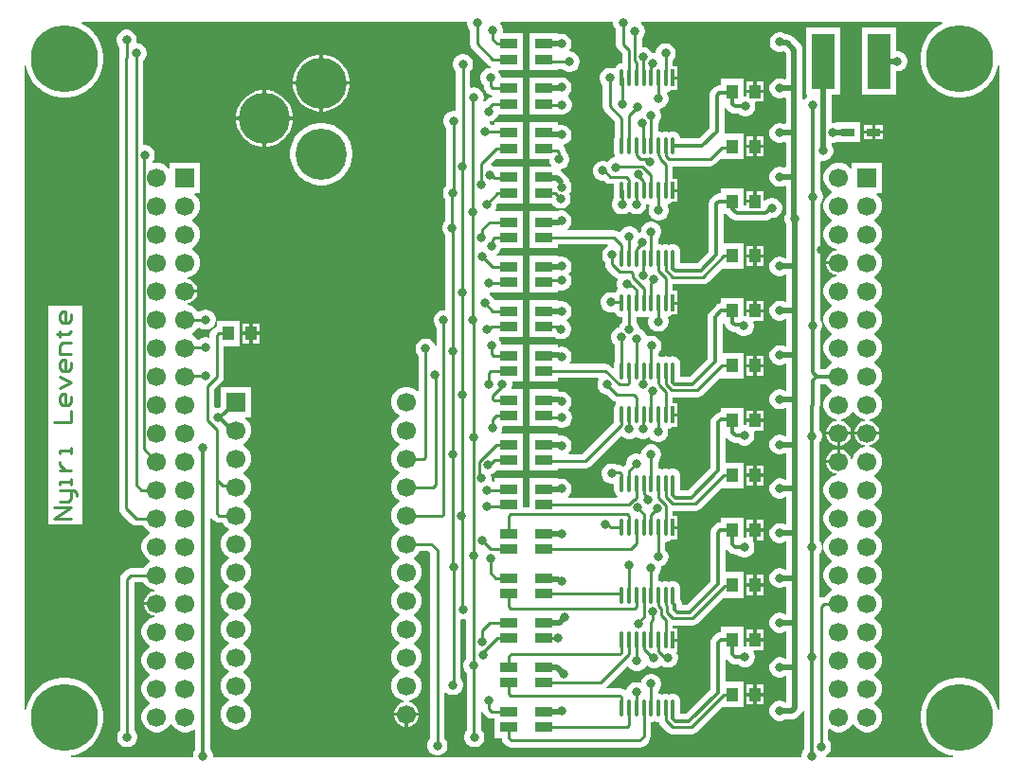
<source format=gtl>
G04*
G04 #@! TF.GenerationSoftware,Altium Limited,Altium Designer,24.2.2 (26)*
G04*
G04 Layer_Physical_Order=1*
G04 Layer_Color=255*
%FSLAX25Y25*%
%MOIN*%
G70*
G04*
G04 #@! TF.SameCoordinates,5F3C5C40-F4FD-4A7E-B3CF-B0B929BE72FD*
G04*
G04*
G04 #@! TF.FilePolarity,Positive*
G04*
G01*
G75*
%ADD13C,0.01000*%
%ADD27R,0.07874X0.19685*%
%ADD28R,0.05906X0.03543*%
%ADD29R,0.04724X0.03150*%
%ADD30R,0.03937X0.05118*%
%ADD31R,0.01378X0.06299*%
%ADD32O,0.01378X0.06299*%
%ADD33C,0.01968*%
%ADD34C,0.01378*%
%ADD35C,0.06693*%
%ADD36C,0.18000*%
%ADD37R,0.06693X0.06693*%
%ADD38R,0.06693X0.06693*%
%ADD39C,0.23622*%
%ADD40C,0.03150*%
G36*
X328918Y264266D02*
X327778Y263685D01*
X326023Y262410D01*
X324490Y260877D01*
X323215Y259122D01*
X322230Y257189D01*
X321560Y255127D01*
X321220Y252984D01*
Y250816D01*
X321560Y248673D01*
X322230Y246610D01*
X323215Y244678D01*
X324490Y242923D01*
X326023Y241390D01*
X327778Y240115D01*
X329711Y239130D01*
X331773Y238460D01*
X333915Y238121D01*
X336085D01*
X338227Y238460D01*
X340289Y239130D01*
X342222Y240115D01*
X343977Y241390D01*
X345510Y242923D01*
X346785Y244678D01*
X347770Y246610D01*
X348440Y248673D01*
X348566Y249467D01*
X349066Y249428D01*
Y22472D01*
X348566Y22433D01*
X348440Y23227D01*
X347770Y25289D01*
X346785Y27222D01*
X345510Y28977D01*
X343977Y30510D01*
X342222Y31785D01*
X340289Y32770D01*
X338227Y33440D01*
X336085Y33779D01*
X333915D01*
X331773Y33440D01*
X329711Y32770D01*
X327778Y31785D01*
X326023Y30510D01*
X324490Y28977D01*
X323215Y27222D01*
X322230Y25289D01*
X321560Y23227D01*
X321220Y21084D01*
Y18915D01*
X321560Y16773D01*
X322230Y14710D01*
X323215Y12778D01*
X324490Y11023D01*
X326023Y9490D01*
X327778Y8215D01*
X329711Y7230D01*
X331773Y6560D01*
X332567Y6434D01*
X332528Y5934D01*
X288037D01*
X287903Y6434D01*
X288476Y6765D01*
X289135Y7424D01*
X289602Y8232D01*
X289843Y9133D01*
Y10067D01*
X289602Y10968D01*
X289135Y11776D01*
X288817Y12094D01*
Y15535D01*
X289317Y15701D01*
X290448Y15047D01*
X291800Y14685D01*
X293200D01*
X294551Y15047D01*
X295763Y15747D01*
X296753Y16736D01*
X297211Y17530D01*
X297789D01*
X298247Y16736D01*
X299236Y15747D01*
X300448Y15047D01*
X301800Y14685D01*
X303200D01*
X304552Y15047D01*
X305764Y15747D01*
X306753Y16736D01*
X307453Y17948D01*
X307815Y19300D01*
Y20700D01*
X307453Y22051D01*
X306753Y23264D01*
X305764Y24253D01*
X304970Y24711D01*
Y25289D01*
X305764Y25747D01*
X306753Y26737D01*
X307453Y27948D01*
X307815Y29300D01*
Y30700D01*
X307453Y32052D01*
X306753Y33263D01*
X305764Y34253D01*
X304970Y34711D01*
Y35289D01*
X305764Y35747D01*
X306753Y36737D01*
X307453Y37949D01*
X307815Y39300D01*
Y40700D01*
X307453Y42052D01*
X306753Y43264D01*
X305764Y44253D01*
X304970Y44711D01*
Y45289D01*
X305764Y45747D01*
X306753Y46736D01*
X307453Y47949D01*
X307815Y49300D01*
Y50700D01*
X307453Y52052D01*
X306753Y53263D01*
X305764Y54253D01*
X304970Y54711D01*
Y55289D01*
X305764Y55747D01*
X306753Y56736D01*
X307453Y57948D01*
X307815Y59300D01*
Y60700D01*
X307453Y62051D01*
X306753Y63263D01*
X305764Y64253D01*
X304970Y64711D01*
Y65289D01*
X305764Y65747D01*
X306753Y66737D01*
X307453Y67949D01*
X307815Y69300D01*
Y70700D01*
X307453Y72052D01*
X306753Y73264D01*
X305764Y74253D01*
X304970Y74711D01*
Y75289D01*
X305764Y75747D01*
X306753Y76736D01*
X307453Y77948D01*
X307815Y79300D01*
Y80700D01*
X307453Y82051D01*
X306753Y83263D01*
X305764Y84253D01*
X304970Y84711D01*
Y85289D01*
X305764Y85747D01*
X306753Y86737D01*
X307453Y87949D01*
X307815Y89300D01*
Y90700D01*
X307453Y92052D01*
X306753Y93264D01*
X305764Y94253D01*
X304970Y94711D01*
Y95289D01*
X305764Y95747D01*
X306753Y96737D01*
X307453Y97948D01*
X307815Y99300D01*
Y100700D01*
X307453Y102051D01*
X306753Y103263D01*
X305764Y104253D01*
X304970Y104711D01*
Y105289D01*
X305764Y105747D01*
X306753Y106737D01*
X307453Y107949D01*
X307815Y109300D01*
Y110700D01*
X307453Y112051D01*
X306753Y113263D01*
X305764Y114253D01*
X304552Y114953D01*
X303440Y115251D01*
Y115768D01*
X304172Y115964D01*
X305159Y116535D01*
X305965Y117341D01*
X306536Y118328D01*
X306825Y119409D01*
X302500D01*
X298175D01*
X298464Y118328D01*
X299035Y117341D01*
X299841Y116535D01*
X300828Y115964D01*
X301560Y115768D01*
Y115251D01*
X300448Y114953D01*
X299236Y114253D01*
X298247Y113263D01*
X297547Y112051D01*
X297249Y110940D01*
X296732D01*
X296536Y111672D01*
X295965Y112659D01*
X295159Y113465D01*
X294172Y114036D01*
X293091Y114325D01*
Y110000D01*
X292500D01*
Y109409D01*
X288175D01*
X288464Y108328D01*
X289035Y107341D01*
X289841Y106535D01*
X290828Y105964D01*
X291560Y105768D01*
Y105251D01*
X290448Y104953D01*
X289236Y104253D01*
X288247Y103263D01*
X287547Y102051D01*
X287185Y100700D01*
Y99300D01*
X287547Y97948D01*
X288247Y96737D01*
X289236Y95747D01*
X290030Y95289D01*
Y94711D01*
X289236Y94253D01*
X288247Y93264D01*
X287547Y92052D01*
X287185Y90700D01*
Y89300D01*
X287547Y87949D01*
X288247Y86737D01*
X289236Y85747D01*
X290030Y85289D01*
Y84711D01*
X289236Y84253D01*
X288247Y83263D01*
X287547Y82051D01*
X287185Y80700D01*
Y79300D01*
X287547Y77948D01*
X288247Y76736D01*
X289236Y75747D01*
X290030Y75289D01*
Y74711D01*
X289236Y74253D01*
X288247Y73264D01*
X287547Y72052D01*
X287185Y70700D01*
Y69300D01*
X287547Y67949D01*
X288247Y66737D01*
X289236Y65747D01*
X290030Y65289D01*
Y64711D01*
X289236Y64253D01*
X288247Y63263D01*
X287643Y62217D01*
X287200D01*
X286280Y62034D01*
X286156Y62050D01*
X285780Y62251D01*
Y77369D01*
X285935Y77524D01*
X286402Y78332D01*
X286643Y79233D01*
Y80167D01*
X286402Y81068D01*
X285935Y81876D01*
X285780Y82031D01*
Y116769D01*
X285835Y116824D01*
X286302Y117632D01*
X286543Y118534D01*
Y119466D01*
X286302Y120368D01*
X285835Y121176D01*
X285780Y121231D01*
Y128985D01*
X285789Y129006D01*
X285880Y129700D01*
Y137320D01*
X287910D01*
X288247Y136737D01*
X289236Y135747D01*
X290030Y135289D01*
Y134711D01*
X289236Y134253D01*
X288247Y133263D01*
X287547Y132052D01*
X287185Y130700D01*
Y129300D01*
X287547Y127948D01*
X288247Y126737D01*
X289236Y125747D01*
X290448Y125047D01*
X291560Y124749D01*
Y124232D01*
X290828Y124036D01*
X289841Y123465D01*
X289035Y122659D01*
X288464Y121672D01*
X288175Y120591D01*
X292500D01*
X296825D01*
X296536Y121672D01*
X295965Y122659D01*
X295159Y123465D01*
X294172Y124036D01*
X293440Y124232D01*
Y124749D01*
X294551Y125047D01*
X295763Y125747D01*
X296753Y126737D01*
X297211Y127530D01*
X297789D01*
X298247Y126737D01*
X299236Y125747D01*
X300448Y125047D01*
X301560Y124749D01*
Y124232D01*
X300828Y124036D01*
X299841Y123465D01*
X299035Y122659D01*
X298464Y121672D01*
X298175Y120591D01*
X302500D01*
X306825D01*
X306536Y121672D01*
X305965Y122659D01*
X305159Y123465D01*
X304172Y124036D01*
X303440Y124232D01*
Y124749D01*
X304552Y125047D01*
X305764Y125747D01*
X306753Y126737D01*
X307453Y127948D01*
X307815Y129300D01*
Y130700D01*
X307453Y132052D01*
X306753Y133263D01*
X305764Y134253D01*
X304970Y134711D01*
Y135289D01*
X305764Y135747D01*
X306753Y136737D01*
X307453Y137949D01*
X307815Y139300D01*
Y140700D01*
X307453Y142051D01*
X306753Y143263D01*
X305764Y144253D01*
X304970Y144711D01*
Y145289D01*
X305764Y145747D01*
X306753Y146737D01*
X307453Y147949D01*
X307815Y149300D01*
Y150700D01*
X307453Y152051D01*
X306753Y153263D01*
X305764Y154253D01*
X304970Y154711D01*
Y155289D01*
X305764Y155747D01*
X306753Y156737D01*
X307453Y157949D01*
X307815Y159300D01*
Y160700D01*
X307453Y162051D01*
X306753Y163263D01*
X305764Y164253D01*
X304970Y164711D01*
Y165289D01*
X305764Y165747D01*
X306753Y166737D01*
X307453Y167948D01*
X307815Y169300D01*
Y170700D01*
X307453Y172052D01*
X306753Y173263D01*
X305764Y174253D01*
X304970Y174711D01*
Y175289D01*
X305764Y175747D01*
X306753Y176737D01*
X307453Y177948D01*
X307815Y179300D01*
Y180700D01*
X307453Y182052D01*
X306753Y183263D01*
X305764Y184253D01*
X304970Y184711D01*
Y185289D01*
X305764Y185747D01*
X306753Y186737D01*
X307453Y187949D01*
X307815Y189300D01*
Y190700D01*
X307453Y192051D01*
X306753Y193263D01*
X305764Y194253D01*
X304970Y194711D01*
Y195289D01*
X305764Y195747D01*
X306753Y196737D01*
X307453Y197949D01*
X307815Y199300D01*
Y200700D01*
X307453Y202051D01*
X306753Y203263D01*
X305831Y204185D01*
X305928Y204685D01*
X307815D01*
Y215315D01*
X297185D01*
Y213428D01*
X296685Y213331D01*
X295763Y214253D01*
X294551Y214953D01*
X293200Y215315D01*
X291800D01*
X290448Y214953D01*
X289236Y214253D01*
X288247Y213264D01*
X287547Y212052D01*
X287185Y210700D01*
Y209300D01*
X287547Y207948D01*
X288247Y206736D01*
X289236Y205747D01*
X290030Y205289D01*
Y204711D01*
X289236Y204253D01*
X288247Y203263D01*
X287547Y202051D01*
X287185Y200700D01*
Y199300D01*
X287547Y197949D01*
X288247Y196737D01*
X289236Y195747D01*
X290030Y195289D01*
Y194711D01*
X289236Y194253D01*
X288247Y193263D01*
X287547Y192051D01*
X287185Y190700D01*
Y189300D01*
X287547Y187949D01*
X288247Y186737D01*
X289236Y185747D01*
X290448Y185047D01*
X291560Y184749D01*
Y184232D01*
X290828Y184036D01*
X289841Y183465D01*
X289035Y182659D01*
X288464Y181672D01*
X288175Y180591D01*
X292500D01*
Y179409D01*
X288175D01*
X288464Y178328D01*
X289035Y177341D01*
X289841Y176535D01*
X290828Y175964D01*
X291560Y175768D01*
Y175251D01*
X290448Y174953D01*
X289236Y174253D01*
X288247Y173263D01*
X287547Y172052D01*
X287185Y170700D01*
Y169300D01*
X287547Y167948D01*
X288247Y166737D01*
X289236Y165747D01*
X290030Y165289D01*
Y164711D01*
X289236Y164253D01*
X288247Y163263D01*
X287547Y162051D01*
X287185Y160700D01*
Y159300D01*
X287547Y157949D01*
X288247Y156737D01*
X289236Y155747D01*
X290030Y155289D01*
Y154711D01*
X289236Y154253D01*
X288247Y153263D01*
X287547Y152051D01*
X287185Y150700D01*
Y149300D01*
X287547Y147949D01*
X288247Y146737D01*
X289236Y145747D01*
X290030Y145289D01*
Y144711D01*
X289236Y144253D01*
X288247Y143263D01*
X287910Y142680D01*
X285880D01*
Y155569D01*
X286035Y155724D01*
X286502Y156532D01*
X286743Y157433D01*
Y158367D01*
X286502Y159268D01*
X286035Y160076D01*
X285980Y160131D01*
Y200769D01*
X286235Y201024D01*
X286702Y201832D01*
X286943Y202733D01*
Y203666D01*
X286702Y204568D01*
X286235Y205376D01*
X286080Y205531D01*
Y215567D01*
X286477Y215872D01*
X286533Y215857D01*
X287467D01*
X288368Y216098D01*
X289176Y216565D01*
X289835Y217224D01*
X290302Y218032D01*
X290543Y218934D01*
Y219866D01*
X290302Y220768D01*
X289978Y221328D01*
Y222157D01*
X290813D01*
X291714Y222398D01*
X291816Y222457D01*
X300103D01*
Y229543D01*
X291442D01*
Y229486D01*
X291045Y229181D01*
X290813Y229243D01*
X289978D01*
Y239089D01*
X292963D01*
Y262711D01*
X281152D01*
Y239089D01*
X281357D01*
X281490Y238589D01*
X281224Y238435D01*
X280565Y237776D01*
X280330Y237370D01*
X279830Y237504D01*
Y241400D01*
Y254957D01*
X279729Y255728D01*
X279431Y256446D01*
X278958Y257063D01*
X276441Y259580D01*
X275824Y260053D01*
X275106Y260351D01*
X274335Y260452D01*
X274059D01*
X273976Y260535D01*
X273168Y261002D01*
X272267Y261243D01*
X271334D01*
X270432Y261002D01*
X269624Y260535D01*
X268965Y259876D01*
X268498Y259068D01*
X268257Y258167D01*
Y257234D01*
X268498Y256332D01*
X268965Y255524D01*
X269624Y254865D01*
X270432Y254398D01*
X271334Y254157D01*
X272267D01*
X273168Y254398D01*
X273188Y254410D01*
X273874Y253724D01*
Y244814D01*
X273374Y244525D01*
X273068Y244702D01*
X272166Y244943D01*
X271234D01*
X270332Y244702D01*
X269524Y244235D01*
X268865Y243576D01*
X268398Y242768D01*
X268157Y241866D01*
Y240933D01*
X268398Y240032D01*
X268865Y239224D01*
X269524Y238565D01*
X270332Y238098D01*
X271234Y237857D01*
X272166D01*
X273068Y238098D01*
X273374Y238275D01*
X273874Y237986D01*
Y229114D01*
X273374Y228825D01*
X273068Y229002D01*
X272166Y229243D01*
X271234D01*
X270332Y229002D01*
X269524Y228535D01*
X268865Y227876D01*
X268398Y227068D01*
X268157Y226167D01*
Y225234D01*
X268398Y224332D01*
X268865Y223524D01*
X269524Y222865D01*
X270332Y222398D01*
X271234Y222157D01*
X272166D01*
X273068Y222398D01*
X273374Y222575D01*
X273874Y222286D01*
Y213714D01*
X273374Y213425D01*
X273068Y213602D01*
X272166Y213843D01*
X271234D01*
X270332Y213602D01*
X269524Y213135D01*
X268865Y212476D01*
X268398Y211668D01*
X268157Y210767D01*
Y209834D01*
X268398Y208932D01*
X268865Y208124D01*
X269524Y207465D01*
X270332Y206998D01*
X271234Y206757D01*
X272166D01*
X273068Y206998D01*
X273374Y207175D01*
X273874Y206886D01*
Y197272D01*
X273698Y196968D01*
X273457Y196066D01*
Y195133D01*
X273698Y194232D01*
X274122Y193499D01*
Y181678D01*
X273628D01*
X273068Y182002D01*
X272166Y182243D01*
X271234D01*
X270332Y182002D01*
X269524Y181535D01*
X268865Y180876D01*
X268398Y180068D01*
X268157Y179166D01*
Y178234D01*
X268398Y177332D01*
X268865Y176524D01*
X269524Y175865D01*
X270332Y175398D01*
X271234Y175157D01*
X272166D01*
X273068Y175398D01*
X273628Y175722D01*
X274122D01*
Y166078D01*
X273628D01*
X273068Y166402D01*
X272166Y166643D01*
X271234D01*
X270332Y166402D01*
X269524Y165935D01*
X268865Y165276D01*
X268398Y164468D01*
X268157Y163567D01*
Y162634D01*
X268398Y161732D01*
X268865Y160924D01*
X269524Y160265D01*
X270332Y159798D01*
X271234Y159557D01*
X272166D01*
X273068Y159798D01*
X273628Y160122D01*
X274122D01*
Y150378D01*
X273628D01*
X273068Y150702D01*
X272166Y150943D01*
X271234D01*
X270332Y150702D01*
X269524Y150235D01*
X268865Y149576D01*
X268398Y148768D01*
X268157Y147866D01*
Y146933D01*
X268398Y146032D01*
X268865Y145224D01*
X269524Y144565D01*
X270332Y144098D01*
X271234Y143857D01*
X272166D01*
X273068Y144098D01*
X273628Y144422D01*
X274122D01*
Y134878D01*
X273628D01*
X273068Y135202D01*
X272166Y135443D01*
X271234D01*
X270332Y135202D01*
X269524Y134735D01*
X268865Y134076D01*
X268398Y133268D01*
X268157Y132367D01*
Y131433D01*
X268398Y130532D01*
X268865Y129724D01*
X269524Y129065D01*
X270332Y128598D01*
X271234Y128357D01*
X272166D01*
X273068Y128598D01*
X273628Y128922D01*
X274122D01*
Y118978D01*
X273628D01*
X273068Y119302D01*
X272166Y119543D01*
X271234D01*
X270332Y119302D01*
X269524Y118835D01*
X268865Y118176D01*
X268398Y117368D01*
X268157Y116466D01*
Y115533D01*
X268398Y114632D01*
X268865Y113824D01*
X269524Y113165D01*
X270332Y112698D01*
X271234Y112457D01*
X272166D01*
X273068Y112698D01*
X273628Y113022D01*
X274122D01*
Y103478D01*
X273628D01*
X273068Y103802D01*
X272166Y104043D01*
X271234D01*
X270332Y103802D01*
X269524Y103335D01*
X268865Y102676D01*
X268398Y101868D01*
X268157Y100967D01*
Y100033D01*
X268398Y99132D01*
X268865Y98324D01*
X269524Y97665D01*
X270332Y97198D01*
X271234Y96957D01*
X272166D01*
X273068Y97198D01*
X273628Y97522D01*
X274122D01*
Y87778D01*
X273628D01*
X273068Y88102D01*
X272166Y88343D01*
X271234D01*
X270332Y88102D01*
X269524Y87635D01*
X268865Y86976D01*
X268398Y86168D01*
X268157Y85267D01*
Y84333D01*
X268398Y83432D01*
X268865Y82624D01*
X269524Y81965D01*
X270332Y81498D01*
X271234Y81257D01*
X272166D01*
X273068Y81498D01*
X273628Y81822D01*
X274122D01*
Y71978D01*
X273628D01*
X273068Y72302D01*
X272166Y72543D01*
X271234D01*
X270332Y72302D01*
X269524Y71835D01*
X268865Y71176D01*
X268398Y70368D01*
X268157Y69467D01*
Y68533D01*
X268398Y67632D01*
X268865Y66824D01*
X269524Y66165D01*
X270332Y65698D01*
X271234Y65457D01*
X272166D01*
X273068Y65698D01*
X273628Y66022D01*
X274122D01*
Y56178D01*
X273628D01*
X273068Y56502D01*
X272166Y56743D01*
X271234D01*
X270332Y56502D01*
X269524Y56035D01*
X268865Y55376D01*
X268398Y54568D01*
X268157Y53667D01*
Y52733D01*
X268398Y51832D01*
X268865Y51024D01*
X269524Y50365D01*
X270332Y49898D01*
X271234Y49657D01*
X272166D01*
X273068Y49898D01*
X273628Y50222D01*
X274122D01*
Y40478D01*
X273628D01*
X273068Y40802D01*
X272166Y41043D01*
X271234D01*
X270332Y40802D01*
X269524Y40335D01*
X268865Y39676D01*
X268398Y38868D01*
X268157Y37966D01*
Y37034D01*
X268398Y36132D01*
X268865Y35324D01*
X269524Y34665D01*
X270332Y34198D01*
X271234Y33957D01*
X272166D01*
X273068Y34198D01*
X273628Y34522D01*
X274122D01*
Y25178D01*
X273628D01*
X273068Y25502D01*
X272166Y25743D01*
X271234D01*
X270332Y25502D01*
X269524Y25035D01*
X268865Y24376D01*
X268398Y23568D01*
X268157Y22667D01*
Y21734D01*
X268398Y20832D01*
X268865Y20024D01*
X269524Y19365D01*
X270332Y18898D01*
X271234Y18657D01*
X272166D01*
X273068Y18898D01*
X273628Y19222D01*
X275947D01*
X276718Y19323D01*
X277436Y19621D01*
X278053Y20094D01*
X279206Y21247D01*
X279679Y21864D01*
X279870Y22324D01*
X280370Y22224D01*
Y8681D01*
X280165Y8476D01*
X279698Y7668D01*
X279457Y6767D01*
Y5934D01*
X72343D01*
Y6766D01*
X72102Y7667D01*
X71635Y8475D01*
X71480Y8630D01*
Y89753D01*
X71980Y89960D01*
X72720Y89220D01*
X73537Y88675D01*
X74500Y88483D01*
X75716D01*
X76147Y87736D01*
X77136Y86747D01*
X77930Y86289D01*
Y85711D01*
X77136Y85253D01*
X76147Y84263D01*
X75447Y83052D01*
X75085Y81700D01*
Y80300D01*
X75447Y78948D01*
X76147Y77737D01*
X77136Y76747D01*
X77930Y76289D01*
Y75711D01*
X77136Y75253D01*
X76147Y74264D01*
X75447Y73052D01*
X75085Y71700D01*
Y70300D01*
X75447Y68949D01*
X76147Y67737D01*
X77136Y66747D01*
X77930Y66289D01*
Y65711D01*
X77136Y65253D01*
X76147Y64263D01*
X75447Y63051D01*
X75085Y61700D01*
Y60300D01*
X75447Y58948D01*
X76147Y57736D01*
X77136Y56747D01*
X77930Y56289D01*
Y55711D01*
X77136Y55253D01*
X76147Y54264D01*
X75447Y53052D01*
X75085Y51700D01*
Y50300D01*
X75447Y48948D01*
X76147Y47736D01*
X77136Y46747D01*
X77930Y46289D01*
Y45711D01*
X77136Y45253D01*
X76147Y44263D01*
X75447Y43051D01*
X75085Y41700D01*
Y40300D01*
X75447Y38949D01*
X76147Y37736D01*
X77136Y36747D01*
X77930Y36289D01*
Y35711D01*
X77136Y35253D01*
X76147Y34264D01*
X75447Y33051D01*
X75085Y31700D01*
Y30300D01*
X75447Y28949D01*
X76147Y27736D01*
X77136Y26747D01*
X77930Y26289D01*
Y25711D01*
X77136Y25253D01*
X76147Y24263D01*
X75447Y23052D01*
X75085Y21700D01*
Y20300D01*
X75447Y18948D01*
X76147Y17737D01*
X77136Y16747D01*
X78348Y16047D01*
X79700Y15685D01*
X81100D01*
X82451Y16047D01*
X83663Y16747D01*
X84653Y17737D01*
X85353Y18948D01*
X85715Y20300D01*
Y21700D01*
X85353Y23052D01*
X84653Y24263D01*
X83663Y25253D01*
X82870Y25711D01*
Y26289D01*
X83663Y26747D01*
X84653Y27736D01*
X85353Y28949D01*
X85715Y30300D01*
Y31700D01*
X85353Y33051D01*
X84653Y34264D01*
X83663Y35253D01*
X82870Y35711D01*
Y36289D01*
X83663Y36747D01*
X84653Y37736D01*
X85353Y38949D01*
X85715Y40300D01*
Y41700D01*
X85353Y43051D01*
X84653Y44263D01*
X83663Y45253D01*
X82870Y45711D01*
Y46289D01*
X83663Y46747D01*
X84653Y47736D01*
X85353Y48948D01*
X85715Y50300D01*
Y51700D01*
X85353Y53052D01*
X84653Y54264D01*
X83663Y55253D01*
X82870Y55711D01*
Y56289D01*
X83663Y56747D01*
X84653Y57736D01*
X85353Y58948D01*
X85715Y60300D01*
Y61700D01*
X85353Y63051D01*
X84653Y64263D01*
X83663Y65253D01*
X82870Y65711D01*
Y66289D01*
X83663Y66747D01*
X84653Y67737D01*
X85353Y68949D01*
X85715Y70300D01*
Y71700D01*
X85353Y73052D01*
X84653Y74264D01*
X83663Y75253D01*
X82870Y75711D01*
Y76289D01*
X83663Y76747D01*
X84653Y77737D01*
X85353Y78948D01*
X85715Y80300D01*
Y81700D01*
X85353Y83052D01*
X84653Y84263D01*
X83663Y85253D01*
X82870Y85711D01*
Y86289D01*
X83663Y86747D01*
X84653Y87736D01*
X85353Y88949D01*
X85715Y90300D01*
Y91700D01*
X85353Y93051D01*
X84653Y94263D01*
X83663Y95253D01*
X82870Y95711D01*
Y96289D01*
X83663Y96747D01*
X84653Y97737D01*
X85353Y98949D01*
X85715Y100300D01*
Y101700D01*
X85353Y103051D01*
X84653Y104263D01*
X83663Y105253D01*
X82870Y105711D01*
Y106289D01*
X83663Y106747D01*
X84653Y107737D01*
X85353Y108949D01*
X85715Y110300D01*
Y111700D01*
X85353Y113051D01*
X84653Y114263D01*
X83663Y115253D01*
X82870Y115711D01*
Y116289D01*
X83663Y116747D01*
X84653Y117737D01*
X85353Y118948D01*
X85715Y120300D01*
Y121700D01*
X85353Y123052D01*
X84653Y124263D01*
X83731Y125185D01*
X83828Y125685D01*
X85715D01*
Y136315D01*
X75085D01*
Y129476D01*
X74553Y128943D01*
X73633D01*
X73217Y128832D01*
X72717Y129215D01*
Y135510D01*
X75380Y138172D01*
X75925Y138989D01*
X76117Y139952D01*
Y150573D01*
X81672D01*
Y159627D01*
X73798D01*
Y157517D01*
X73337Y157425D01*
X72520Y156880D01*
X71820Y156180D01*
X71275Y155363D01*
X71083Y154400D01*
Y154015D01*
X70583Y153632D01*
X70166Y153743D01*
X69234D01*
X68332Y153502D01*
X67524Y153035D01*
X67409Y152920D01*
X66913Y152986D01*
X66753Y153263D01*
X65763Y154253D01*
X64970Y154711D01*
Y155289D01*
X65763Y155747D01*
X66753Y156737D01*
X66897Y156985D01*
X67522Y157068D01*
X67524Y157065D01*
X68332Y156598D01*
X69234Y156357D01*
X70166D01*
X71068Y156598D01*
X71876Y157065D01*
X72535Y157724D01*
X73002Y158532D01*
X73243Y159433D01*
Y160366D01*
X73002Y161268D01*
X72535Y162076D01*
X71876Y162735D01*
X71068Y163202D01*
X70166Y163443D01*
X69234D01*
X68332Y163202D01*
X67608Y162783D01*
X67413Y162766D01*
X66970Y162888D01*
X66753Y163263D01*
X65763Y164253D01*
X64552Y164953D01*
X63440Y165251D01*
Y165768D01*
X64172Y165964D01*
X65159Y166535D01*
X65965Y167341D01*
X66536Y168328D01*
X66825Y169409D01*
X62500D01*
Y170591D01*
X66825D01*
X66536Y171672D01*
X65965Y172659D01*
X65159Y173465D01*
X64172Y174036D01*
X63440Y174232D01*
Y174749D01*
X64552Y175047D01*
X65763Y175747D01*
X66753Y176737D01*
X67453Y177948D01*
X67815Y179300D01*
Y180700D01*
X67453Y182052D01*
X66753Y183263D01*
X65763Y184253D01*
X64970Y184711D01*
Y185289D01*
X65763Y185747D01*
X66753Y186737D01*
X67453Y187949D01*
X67815Y189300D01*
Y190700D01*
X67453Y192051D01*
X66753Y193263D01*
X65763Y194253D01*
X64970Y194711D01*
Y195289D01*
X65763Y195747D01*
X66753Y196737D01*
X67453Y197949D01*
X67815Y199300D01*
Y200700D01*
X67453Y202051D01*
X66753Y203263D01*
X65831Y204185D01*
X65927Y204685D01*
X67815D01*
Y215315D01*
X57185D01*
Y213428D01*
X56685Y213331D01*
X55764Y214253D01*
X54552Y214953D01*
X53200Y215315D01*
X51800D01*
X51299Y215180D01*
X51040Y215629D01*
X51135Y215724D01*
X51602Y216532D01*
X51843Y217434D01*
Y218367D01*
X51602Y219268D01*
X51135Y220076D01*
X50476Y220735D01*
X49668Y221202D01*
X48766Y221443D01*
X47833D01*
X47717Y221533D01*
Y251106D01*
X48235Y251624D01*
X48702Y252432D01*
X48943Y253333D01*
Y254267D01*
X48702Y255168D01*
X48235Y255976D01*
X47576Y256635D01*
X46768Y257102D01*
X45867Y257343D01*
X45669D01*
X45365Y257740D01*
X45443Y258033D01*
Y258966D01*
X45202Y259868D01*
X44735Y260676D01*
X44076Y261335D01*
X43268Y261802D01*
X42366Y262043D01*
X41434D01*
X40532Y261802D01*
X39724Y261335D01*
X39065Y260676D01*
X38598Y259868D01*
X38357Y258966D01*
Y258033D01*
X38598Y257132D01*
X39065Y256324D01*
X39372Y256017D01*
Y252485D01*
X39283Y252039D01*
Y93400D01*
X39475Y92437D01*
X40020Y91620D01*
X43420Y88220D01*
X44237Y87675D01*
X45200Y87483D01*
X47816D01*
X48247Y86737D01*
X49237Y85747D01*
X50030Y85289D01*
Y84711D01*
X49237Y84253D01*
X48247Y83263D01*
X47547Y82051D01*
X47185Y80700D01*
Y79300D01*
X47547Y77948D01*
X48247Y76736D01*
X49237Y75747D01*
X50030Y75289D01*
Y74711D01*
X49237Y74253D01*
X48247Y73264D01*
X47816Y72517D01*
X43500D01*
X42537Y72325D01*
X41720Y71780D01*
X40320Y70380D01*
X39775Y69563D01*
X39583Y68600D01*
Y15394D01*
X39265Y15076D01*
X38798Y14268D01*
X38557Y13366D01*
Y12433D01*
X38798Y11532D01*
X39265Y10724D01*
X39924Y10065D01*
X40732Y9598D01*
X41633Y9357D01*
X42566D01*
X43468Y9598D01*
X44276Y10065D01*
X44935Y10724D01*
X45402Y11532D01*
X45643Y12433D01*
Y13366D01*
X45402Y14268D01*
X44935Y15076D01*
X44617Y15394D01*
Y67483D01*
X47816D01*
X48247Y66737D01*
X49237Y65747D01*
X50449Y65047D01*
X51560Y64749D01*
Y64232D01*
X50828Y64036D01*
X49841Y63465D01*
X49035Y62659D01*
X48464Y61672D01*
X48175Y60590D01*
X52500D01*
Y59409D01*
X48175D01*
X48464Y58328D01*
X49035Y57341D01*
X49841Y56535D01*
X50828Y55964D01*
X51560Y55768D01*
Y55251D01*
X50449Y54953D01*
X49237Y54253D01*
X48247Y53263D01*
X47547Y52052D01*
X47185Y50700D01*
Y49300D01*
X47547Y47949D01*
X48247Y46736D01*
X49237Y45747D01*
X50030Y45289D01*
Y44711D01*
X49237Y44253D01*
X48247Y43264D01*
X47547Y42052D01*
X47185Y40700D01*
Y39300D01*
X47547Y37949D01*
X48247Y36737D01*
X49237Y35747D01*
X50030Y35289D01*
Y34711D01*
X49237Y34253D01*
X48247Y33263D01*
X47547Y32052D01*
X47185Y30700D01*
Y29300D01*
X47547Y27948D01*
X48247Y26737D01*
X49237Y25747D01*
X50030Y25289D01*
Y24711D01*
X49237Y24253D01*
X48247Y23264D01*
X47547Y22051D01*
X47185Y20700D01*
Y19300D01*
X47547Y17948D01*
X48247Y16736D01*
X49237Y15747D01*
X50449Y15047D01*
X51800Y14685D01*
X53200D01*
X54552Y15047D01*
X55764Y15747D01*
X56753Y16736D01*
X57211Y17530D01*
X57789D01*
X58247Y16736D01*
X59237Y15747D01*
X60448Y15047D01*
X61800Y14685D01*
X63200D01*
X64552Y15047D01*
X65620Y15664D01*
X66120Y15452D01*
Y8630D01*
X65965Y8475D01*
X65498Y7667D01*
X65257Y6766D01*
Y5934D01*
X22472D01*
X22433Y6434D01*
X23227Y6560D01*
X25289Y7230D01*
X27222Y8215D01*
X28977Y9490D01*
X30510Y11023D01*
X31785Y12778D01*
X32770Y14710D01*
X33440Y16773D01*
X33779Y18915D01*
Y21084D01*
X33440Y23227D01*
X32770Y25289D01*
X31785Y27222D01*
X30510Y28977D01*
X28977Y30510D01*
X27222Y31785D01*
X25289Y32770D01*
X23227Y33440D01*
X21084Y33779D01*
X18915D01*
X16773Y33440D01*
X14710Y32770D01*
X12778Y31785D01*
X11023Y30510D01*
X9490Y28977D01*
X8215Y27222D01*
X7230Y25289D01*
X6560Y23227D01*
X6434Y22433D01*
X5934Y22472D01*
Y249428D01*
X6434Y249467D01*
X6560Y248673D01*
X7230Y246610D01*
X8215Y244678D01*
X9490Y242923D01*
X11023Y241390D01*
X12778Y240115D01*
X14710Y239130D01*
X16773Y238460D01*
X18915Y238121D01*
X21084D01*
X23227Y238460D01*
X25289Y239130D01*
X27222Y240115D01*
X28977Y241390D01*
X30510Y242923D01*
X31785Y244678D01*
X32770Y246610D01*
X33440Y248673D01*
X33779Y250816D01*
Y252984D01*
X33440Y255127D01*
X32770Y257189D01*
X31785Y259122D01*
X30510Y260877D01*
X28977Y262410D01*
X27222Y263685D01*
X26083Y264266D01*
X26203Y264766D01*
X161657D01*
Y263934D01*
X161898Y263033D01*
X162365Y262225D01*
X162683Y261907D01*
Y257100D01*
X162875Y256137D01*
X163420Y255320D01*
X168976Y249764D01*
X169793Y249219D01*
X170172Y249143D01*
X170123Y248643D01*
X169534D01*
X168632Y248402D01*
X167824Y247935D01*
X167165Y247276D01*
X166698Y246468D01*
X166457Y245567D01*
Y244634D01*
X166698Y243732D01*
X167165Y242924D01*
X167558Y242531D01*
Y242025D01*
X167750Y241062D01*
X168295Y240246D01*
X168920Y239620D01*
X169737Y239075D01*
X170700Y238883D01*
X170696Y238385D01*
X170568D01*
X169605Y238193D01*
X168788Y237647D01*
X167864Y236724D01*
X167792Y236729D01*
X167416Y237259D01*
X167543Y237734D01*
Y238667D01*
X167302Y239568D01*
X166835Y240376D01*
X166176Y241035D01*
X165368Y241502D01*
X164467Y241743D01*
X163533D01*
X163214Y241658D01*
X162817Y241962D01*
Y247406D01*
X163135Y247724D01*
X163602Y248532D01*
X163843Y249433D01*
Y250366D01*
X163602Y251268D01*
X163135Y252076D01*
X162476Y252735D01*
X161668Y253202D01*
X160766Y253443D01*
X159834D01*
X158932Y253202D01*
X158124Y252735D01*
X157465Y252076D01*
X156998Y251268D01*
X156757Y250366D01*
Y249433D01*
X156998Y248532D01*
X157465Y247724D01*
X157783Y247406D01*
Y233686D01*
X157466Y233443D01*
X156534D01*
X155632Y233202D01*
X154824Y232735D01*
X154165Y232076D01*
X153698Y231268D01*
X153457Y230366D01*
Y229433D01*
X153698Y228532D01*
X154165Y227724D01*
X154383Y227506D01*
Y207194D01*
X153965Y206776D01*
X153498Y205968D01*
X153257Y205066D01*
Y204134D01*
X153498Y203232D01*
X153965Y202424D01*
X153983Y202406D01*
Y194794D01*
X153665Y194476D01*
X153198Y193668D01*
X152957Y192766D01*
Y191833D01*
X153198Y190932D01*
X153665Y190124D01*
X154083Y189706D01*
Y163433D01*
X153966Y163343D01*
X153033D01*
X152132Y163102D01*
X151324Y162635D01*
X150665Y161976D01*
X150198Y161168D01*
X149957Y160266D01*
Y159334D01*
X150198Y158432D01*
X150665Y157624D01*
X150983Y157306D01*
Y150930D01*
X150483Y150864D01*
X150402Y151168D01*
X149935Y151976D01*
X149276Y152635D01*
X148468Y153102D01*
X147566Y153343D01*
X146634D01*
X145732Y153102D01*
X144924Y152635D01*
X144265Y151976D01*
X143798Y151168D01*
X143557Y150267D01*
Y149334D01*
X143798Y148432D01*
X144265Y147624D01*
X144583Y147306D01*
Y134986D01*
X144121Y134795D01*
X143663Y135253D01*
X142452Y135952D01*
X141100Y136315D01*
X139700D01*
X138348Y135952D01*
X137137Y135253D01*
X136147Y134263D01*
X135447Y133051D01*
X135085Y131699D01*
Y130300D01*
X135447Y128948D01*
X136147Y127736D01*
X137137Y126747D01*
X137930Y126288D01*
Y125711D01*
X137137Y125253D01*
X136147Y124263D01*
X135447Y123051D01*
X135085Y121699D01*
Y120300D01*
X135447Y118948D01*
X136147Y117736D01*
X137137Y116747D01*
X137930Y116288D01*
Y115711D01*
X137137Y115253D01*
X136147Y114263D01*
X135447Y113051D01*
X135085Y111699D01*
Y110300D01*
X135447Y108948D01*
X136147Y107736D01*
X137137Y106747D01*
X137930Y106288D01*
Y105711D01*
X137137Y105253D01*
X136147Y104263D01*
X135447Y103051D01*
X135085Y101699D01*
Y100300D01*
X135447Y98948D01*
X136147Y97736D01*
X137137Y96747D01*
X137930Y96288D01*
Y95711D01*
X137137Y95253D01*
X136147Y94263D01*
X135447Y93051D01*
X135085Y91699D01*
Y90300D01*
X135447Y88948D01*
X136147Y87736D01*
X137137Y86747D01*
X137930Y86288D01*
Y85711D01*
X137137Y85253D01*
X136147Y84263D01*
X135447Y83051D01*
X135085Y81699D01*
Y80300D01*
X135447Y78948D01*
X136147Y77736D01*
X137137Y76747D01*
X137930Y76288D01*
Y75711D01*
X137137Y75253D01*
X136147Y74263D01*
X135447Y73051D01*
X135085Y71699D01*
Y70300D01*
X135447Y68948D01*
X136147Y67736D01*
X137137Y66747D01*
X137930Y66288D01*
Y65711D01*
X137137Y65253D01*
X136147Y64263D01*
X135447Y63051D01*
X135085Y61699D01*
Y60300D01*
X135447Y58948D01*
X136147Y57736D01*
X137137Y56747D01*
X137930Y56288D01*
Y55711D01*
X137137Y55253D01*
X136147Y54263D01*
X135447Y53051D01*
X135085Y51699D01*
Y50300D01*
X135447Y48948D01*
X136147Y47736D01*
X137137Y46747D01*
X137930Y46288D01*
Y45711D01*
X137137Y45253D01*
X136147Y44263D01*
X135447Y43051D01*
X135085Y41699D01*
Y40300D01*
X135447Y38948D01*
X136147Y37736D01*
X137137Y36747D01*
X137930Y36288D01*
Y35711D01*
X137137Y35253D01*
X136147Y34263D01*
X135447Y33051D01*
X135085Y31699D01*
Y30300D01*
X135447Y28948D01*
X136147Y27736D01*
X137137Y26747D01*
X138348Y26047D01*
X139460Y25749D01*
Y25231D01*
X138728Y25035D01*
X137741Y24465D01*
X136935Y23659D01*
X136364Y22671D01*
X136075Y21590D01*
X140400D01*
X144725D01*
X144436Y22671D01*
X143865Y23659D01*
X143059Y24465D01*
X142072Y25035D01*
X141340Y25231D01*
Y25749D01*
X142452Y26047D01*
X143663Y26747D01*
X144653Y27736D01*
X145353Y28948D01*
X145715Y30300D01*
Y31699D01*
X145353Y33051D01*
X144653Y34263D01*
X143663Y35253D01*
X142870Y35711D01*
Y36288D01*
X143663Y36747D01*
X144653Y37736D01*
X145353Y38948D01*
X145715Y40300D01*
Y41699D01*
X145353Y43051D01*
X144653Y44263D01*
X143663Y45253D01*
X142870Y45711D01*
Y46288D01*
X143663Y46747D01*
X144653Y47736D01*
X145353Y48948D01*
X145715Y50300D01*
Y51699D01*
X145353Y53051D01*
X144653Y54263D01*
X143663Y55253D01*
X142870Y55711D01*
Y56288D01*
X143663Y56747D01*
X144653Y57736D01*
X145353Y58948D01*
X145715Y60300D01*
Y61699D01*
X145353Y63051D01*
X144653Y64263D01*
X143663Y65253D01*
X142870Y65711D01*
Y66288D01*
X143663Y66747D01*
X144653Y67736D01*
X145353Y68948D01*
X145715Y70300D01*
Y71699D01*
X145353Y73051D01*
X144653Y74263D01*
X143663Y75253D01*
X142870Y75711D01*
Y76288D01*
X143663Y76747D01*
X144653Y77736D01*
X145084Y78483D01*
X148058D01*
X148783Y77758D01*
Y12494D01*
X148465Y12176D01*
X147998Y11368D01*
X147757Y10467D01*
Y9533D01*
X147998Y8632D01*
X148465Y7824D01*
X149124Y7165D01*
X149932Y6698D01*
X150833Y6457D01*
X151767D01*
X152668Y6698D01*
X153476Y7165D01*
X154135Y7824D01*
X154602Y8632D01*
X154843Y9533D01*
Y10467D01*
X154602Y11368D01*
X154135Y12176D01*
X153817Y12494D01*
Y28465D01*
X154317Y28672D01*
X154524Y28465D01*
X155332Y27998D01*
X156234Y27757D01*
X157167D01*
X158068Y27998D01*
X158876Y28465D01*
X159535Y29124D01*
X160002Y29932D01*
X160243Y30834D01*
Y31767D01*
X160002Y32668D01*
X159535Y33476D01*
X159417Y33594D01*
Y54111D01*
X159813Y54416D01*
X160034Y54357D01*
X160967D01*
X160986Y54362D01*
X161383Y54058D01*
Y40494D01*
X161165Y40276D01*
X160698Y39468D01*
X160457Y38566D01*
Y37633D01*
X160698Y36732D01*
X161165Y35924D01*
X161633Y35456D01*
Y15244D01*
X161465Y15076D01*
X160998Y14268D01*
X160757Y13366D01*
Y12433D01*
X160998Y11532D01*
X161465Y10724D01*
X162124Y10065D01*
X162932Y9598D01*
X163833Y9357D01*
X164767D01*
X165668Y9598D01*
X166476Y10065D01*
X167135Y10724D01*
X167602Y11532D01*
X167843Y12433D01*
Y13366D01*
X167602Y14268D01*
X167135Y15076D01*
X166667Y15544D01*
Y21733D01*
X167130Y21942D01*
X167167Y21936D01*
X167695Y21146D01*
X168620Y20220D01*
X169437Y19675D01*
X170400Y19483D01*
X171474D01*
Y18172D01*
Y12660D01*
X173983D01*
Y12500D01*
X174175Y11537D01*
X174720Y10720D01*
X175520Y9920D01*
X176337Y9375D01*
X177300Y9183D01*
X222500D01*
X223463Y9375D01*
X224280Y9920D01*
X225639Y11279D01*
X226184Y12096D01*
X226376Y13059D01*
Y18006D01*
X226418Y18043D01*
X227112Y18135D01*
X227698Y18377D01*
X228284Y18135D01*
X228977Y18043D01*
X229234Y18077D01*
X229283Y17831D01*
X229829Y17014D01*
X232223Y14620D01*
X233039Y14075D01*
X234002Y13883D01*
X240700D01*
X241663Y14075D01*
X242480Y14620D01*
X251232Y23372D01*
X259000D01*
Y32428D01*
X252580D01*
Y40286D01*
X253080Y40455D01*
X253168Y40342D01*
X254205Y39305D01*
X254760Y38879D01*
X255406Y38611D01*
X256100Y38520D01*
X257169D01*
X257324Y38365D01*
X258132Y37898D01*
X259033Y37657D01*
X259966D01*
X260868Y37898D01*
X261676Y38365D01*
X262335Y39024D01*
X262802Y39832D01*
X263043Y40734D01*
Y41666D01*
X262802Y42568D01*
X262456Y43166D01*
X262716Y43666D01*
X265890D01*
Y46619D01*
X262937D01*
X259984D01*
Y44757D01*
X259966Y44743D01*
X259033D01*
X259000Y44769D01*
Y51737D01*
X251126D01*
Y49889D01*
X251009D01*
X250315Y49798D01*
X249669Y49530D01*
X249114Y49104D01*
X248005Y47995D01*
X247579Y47440D01*
X247311Y46794D01*
X247220Y46100D01*
Y29784D01*
X238690Y21254D01*
X236776D01*
Y25645D01*
X236684Y26339D01*
X236417Y26985D01*
X235991Y27540D01*
X235435Y27966D01*
X234789Y28234D01*
X234095Y28325D01*
X233401Y28234D01*
X232816Y27992D01*
X232230Y28234D01*
X231536Y28325D01*
X230842Y28234D01*
X230257Y27992D01*
X229671Y28234D01*
X228977Y28325D01*
X228926Y28370D01*
Y29215D01*
X229235Y29524D01*
X229702Y30332D01*
X229943Y31234D01*
Y32166D01*
X229702Y33068D01*
X229235Y33876D01*
X228576Y34535D01*
X227768Y35002D01*
X226867Y35243D01*
X225934D01*
X225032Y35002D01*
X224224Y34535D01*
X223565Y33876D01*
X223098Y33068D01*
X222934Y32455D01*
X222636Y32157D01*
X222357Y32146D01*
X221667Y32331D01*
X220733D01*
X219832Y32090D01*
X219024Y31623D01*
X218365Y30963D01*
X217898Y30156D01*
X217773Y29689D01*
X217681Y29617D01*
X217203Y29495D01*
X216559Y29925D01*
X215596Y30117D01*
X210883D01*
X210676Y30617D01*
X217979Y37919D01*
X218474Y37854D01*
X218665Y37524D01*
X219324Y36865D01*
X220132Y36398D01*
X221034Y36157D01*
X221967D01*
X222868Y36398D01*
X223676Y36865D01*
X224335Y37524D01*
X224582Y37952D01*
X225207Y38034D01*
X225328Y37914D01*
X226136Y37447D01*
X227037Y37206D01*
X227970D01*
X228871Y37447D01*
X229679Y37914D01*
X230027Y38262D01*
X230224Y38065D01*
X231032Y37598D01*
X231933Y37357D01*
X232867D01*
X233768Y37598D01*
X234576Y38065D01*
X235235Y38724D01*
X235702Y39532D01*
X235943Y40433D01*
Y41366D01*
X235702Y42268D01*
X235491Y42633D01*
X235741Y43066D01*
X235768D01*
Y51334D01*
X234117D01*
Y52283D01*
X240973D01*
X241937Y52475D01*
X242753Y53020D01*
X251723Y61991D01*
X259000D01*
Y71046D01*
X252580D01*
Y78986D01*
X253080Y79155D01*
X253168Y79042D01*
X254105Y78105D01*
X254660Y77679D01*
X255306Y77411D01*
X256000Y77320D01*
X256669D01*
X257124Y76865D01*
X257932Y76398D01*
X258834Y76157D01*
X259767D01*
X260668Y76398D01*
X261476Y76865D01*
X262135Y77524D01*
X262602Y78332D01*
X262843Y79233D01*
Y80167D01*
X262602Y81068D01*
X262188Y81784D01*
X262347Y82240D01*
Y85237D01*
X259984D01*
Y83411D01*
X259767Y83243D01*
X259000D01*
Y90355D01*
X251126D01*
Y88508D01*
X250827D01*
X250133Y88416D01*
X249487Y88149D01*
X248932Y87723D01*
X248005Y86795D01*
X247579Y86240D01*
X247311Y85594D01*
X247220Y84900D01*
Y67910D01*
X238963Y59654D01*
X237497D01*
X237417Y60267D01*
X237149Y60913D01*
X236776Y61400D01*
Y65227D01*
X236684Y65920D01*
X236417Y66567D01*
X235991Y67122D01*
X235435Y67548D01*
X234789Y67816D01*
X234095Y67907D01*
X233401Y67816D01*
X232816Y67573D01*
X232230Y67816D01*
X231536Y67907D01*
X230842Y67816D01*
X230257Y67573D01*
X229671Y67816D01*
X228977Y67907D01*
X228926Y67952D01*
Y70115D01*
X229235Y70424D01*
X229702Y71232D01*
X229943Y72133D01*
Y73067D01*
X229939Y73083D01*
X230368Y73198D01*
X231176Y73665D01*
X231835Y74324D01*
X232302Y75132D01*
X232543Y76034D01*
Y76967D01*
X232302Y77868D01*
X231835Y78676D01*
X231505Y79005D01*
Y81614D01*
X231536Y81640D01*
X232230Y81732D01*
X232876Y82000D01*
X233432Y82426D01*
X233602Y82648D01*
X235768D01*
Y90915D01*
X234117D01*
Y92583D01*
X242000D01*
X242963Y92775D01*
X243780Y93320D01*
X250770Y100311D01*
X251126Y100609D01*
Y100609D01*
X251126Y100609D01*
X259000D01*
Y109664D01*
X252780D01*
Y118170D01*
X253280Y118329D01*
X254405Y117205D01*
X254960Y116779D01*
X255606Y116511D01*
X256300Y116420D01*
X257062D01*
X257124Y116358D01*
X257932Y115891D01*
X258834Y115650D01*
X259767D01*
X260668Y115891D01*
X261476Y116358D01*
X262135Y117017D01*
X262602Y117825D01*
X262843Y118726D01*
Y119659D01*
X262644Y120402D01*
X262922Y120902D01*
X265890D01*
Y123855D01*
X262937D01*
X259984D01*
Y122903D01*
X259767Y122736D01*
X259000D01*
Y128973D01*
X251126D01*
Y127380D01*
X250907D01*
X250214Y127289D01*
X249567Y127021D01*
X249012Y126595D01*
X248205Y125788D01*
X247779Y125233D01*
X247511Y124587D01*
X247420Y123893D01*
Y107810D01*
X239563Y99954D01*
X236776D01*
Y104808D01*
X236684Y105502D01*
X236417Y106148D01*
X235991Y106703D01*
X235435Y107130D01*
X234789Y107397D01*
X234095Y107489D01*
X233401Y107397D01*
X232816Y107155D01*
X232230Y107397D01*
X231536Y107489D01*
X230842Y107397D01*
X230257Y107155D01*
X229671Y107397D01*
X228977Y107489D01*
X228926Y107534D01*
Y110015D01*
X229235Y110324D01*
X229702Y111132D01*
X229943Y112033D01*
Y112967D01*
X229702Y113868D01*
X229235Y114676D01*
X228576Y115335D01*
X227768Y115802D01*
X226867Y116043D01*
X225934D01*
X225032Y115802D01*
X224224Y115335D01*
X223565Y114676D01*
X223098Y113868D01*
X222877Y113040D01*
X222836Y112955D01*
X222357Y112685D01*
X221766Y112843D01*
X220833D01*
X219932Y112602D01*
X219124Y112135D01*
X218465Y111476D01*
X217998Y110668D01*
X217757Y109766D01*
Y109316D01*
X216961Y108521D01*
X216841Y108341D01*
X216388Y108643D01*
X215425Y108835D01*
X214430D01*
X213968Y109102D01*
X213067Y109343D01*
X212134D01*
X211232Y109102D01*
X210424Y108635D01*
X209765Y107976D01*
X209298Y107168D01*
X209057Y106266D01*
Y105333D01*
X209298Y104432D01*
X209765Y103624D01*
X210424Y102965D01*
X211232Y102498D01*
X212134Y102257D01*
X213067D01*
X213105Y102267D01*
X213502Y101963D01*
Y99887D01*
X213593Y99193D01*
X213861Y98547D01*
X214287Y97992D01*
X214539Y97798D01*
X214369Y97298D01*
X197516D01*
X197309Y97798D01*
X197735Y98224D01*
X198202Y99032D01*
X198443Y99933D01*
Y100866D01*
X198202Y101768D01*
X197735Y102576D01*
X197076Y103235D01*
X196268Y103702D01*
X195367Y103943D01*
X194433D01*
X194021Y103833D01*
X193521Y104033D01*
Y104033D01*
X183679D01*
Y96553D01*
Y93932D01*
X181316D01*
Y96553D01*
Y104033D01*
X171474D01*
Y102944D01*
X170976Y102735D01*
X170220Y103172D01*
X170343Y103633D01*
Y104567D01*
X170112Y105430D01*
X170368Y105498D01*
X171176Y105965D01*
X171835Y106624D01*
X171889Y106718D01*
X181316D01*
Y112229D01*
Y119710D01*
X174042D01*
X173792Y120143D01*
X173902Y120332D01*
X174143Y121233D01*
Y122167D01*
X174318Y122394D01*
X181316D01*
Y127906D01*
Y135386D01*
X177570D01*
X177326Y135886D01*
X177543Y136696D01*
Y137629D01*
X177531Y137673D01*
X177836Y138070D01*
X181316D01*
Y143582D01*
Y151062D01*
X173843D01*
Y151267D01*
X173602Y152168D01*
X173135Y152976D01*
X172865Y153246D01*
X173072Y153746D01*
X181316D01*
Y159258D01*
Y166738D01*
X171474D01*
X171311Y167043D01*
X171302Y167068D01*
X171302Y167068D01*
X170835Y167876D01*
X170176Y168535D01*
X169619Y168857D01*
X169651Y169198D01*
X169726Y169372D01*
X170568Y169598D01*
X170974Y169833D01*
X171474Y169544D01*
Y169422D01*
X181316D01*
Y174934D01*
Y182414D01*
X172249D01*
X172116Y182914D01*
X172376Y183065D01*
X173035Y183724D01*
X173502Y184532D01*
X173654Y185099D01*
X181316D01*
Y190610D01*
Y198091D01*
X171797D01*
X171732Y198151D01*
X171531Y198591D01*
X171902Y199232D01*
X172143Y200133D01*
Y200584D01*
X172334Y200775D01*
X181316D01*
Y206287D01*
Y213767D01*
X171574D01*
X171168Y214002D01*
X170266Y214243D01*
X170207D01*
X170016Y214705D01*
X171762Y216451D01*
X181316D01*
Y221963D01*
Y229443D01*
X171474D01*
Y228617D01*
X170494D01*
X170176Y228935D01*
X169707Y229206D01*
X169703Y229439D01*
X169799Y229730D01*
X170600Y229945D01*
X171408Y230411D01*
X172068Y231071D01*
X172535Y231879D01*
X172601Y232128D01*
X181316D01*
Y237639D01*
Y245120D01*
X173543D01*
Y245567D01*
X173302Y246468D01*
X172835Y247276D01*
X172769Y247342D01*
X172960Y247804D01*
X181316D01*
Y253316D01*
Y260796D01*
X174610D01*
X174305Y261193D01*
X174343Y261333D01*
Y262266D01*
X174102Y263168D01*
X173635Y263976D01*
X173345Y264266D01*
X173552Y264766D01*
X213157D01*
Y263934D01*
X213398Y263033D01*
X213865Y262225D01*
X214183Y261907D01*
Y256802D01*
X214375Y255838D01*
X214920Y255022D01*
X216224Y253718D01*
Y250286D01*
X216182Y250249D01*
X215488Y250157D01*
X214842Y249890D01*
X214287Y249464D01*
X213861Y248909D01*
X213770Y248689D01*
X213268Y248402D01*
X212367Y248643D01*
X211434D01*
X210532Y248402D01*
X209724Y247935D01*
X209065Y247276D01*
X208598Y246468D01*
X208357Y245567D01*
Y244634D01*
X208598Y243732D01*
X209065Y242924D01*
X209383Y242606D01*
Y235252D01*
X209575Y234289D01*
X210120Y233472D01*
X213665Y229928D01*
Y224421D01*
X213593Y224247D01*
X213502Y223553D01*
Y218632D01*
X213593Y217938D01*
X213696Y217690D01*
X213684Y217597D01*
X213389Y217124D01*
X212732Y216948D01*
X211924Y216482D01*
X211265Y215822D01*
X211097Y215532D01*
X210868Y215664D01*
X209966Y215905D01*
X209033D01*
X208132Y215664D01*
X207324Y215198D01*
X206665Y214538D01*
X206198Y213730D01*
X205957Y212829D01*
Y211896D01*
X206198Y210995D01*
X206665Y210187D01*
X207324Y209527D01*
X208132Y209060D01*
X209033Y208819D01*
X209903D01*
X210164Y208558D01*
X210981Y208013D01*
X211944Y207821D01*
X213502D01*
Y203066D01*
X213514Y202974D01*
X213365Y202824D01*
X212898Y202016D01*
X212657Y201115D01*
Y200182D01*
X212898Y199281D01*
X213365Y198473D01*
X214024Y197813D01*
X214832Y197347D01*
X215734Y197106D01*
X216667D01*
X217568Y197347D01*
X218376Y197813D01*
X218750Y198188D01*
X219124Y197813D01*
X219932Y197347D01*
X220833Y197106D01*
X221766D01*
X222668Y197347D01*
X223476Y197813D01*
X224135Y198473D01*
X224602Y199281D01*
X224843Y200182D01*
Y200361D01*
X225325Y200642D01*
X225648Y200508D01*
X225832Y200264D01*
X225948Y200028D01*
X225798Y199768D01*
X225557Y198866D01*
Y197933D01*
X225798Y197032D01*
X226265Y196224D01*
X226924Y195565D01*
X227732Y195098D01*
X228633Y194857D01*
X229567D01*
X230468Y195098D01*
X231276Y195565D01*
X231935Y196224D01*
X232402Y197032D01*
X232643Y197933D01*
Y198866D01*
X232402Y199768D01*
X232259Y200015D01*
X232504Y200590D01*
X232876Y200744D01*
X233432Y201170D01*
X233602Y201392D01*
X235768D01*
Y209660D01*
X234053D01*
Y213942D01*
X238764D01*
X239017Y213992D01*
X247209D01*
X248172Y214183D01*
X248988Y214729D01*
X250841Y216582D01*
X251126Y216463D01*
Y216463D01*
X259000D01*
Y225518D01*
X252643D01*
X252237Y226019D01*
X252280Y226350D01*
Y234375D01*
X252610Y234512D01*
X252780Y234517D01*
X253168Y234012D01*
X253975Y233205D01*
X254530Y232779D01*
X255176Y232511D01*
X255870Y232420D01*
X257269D01*
X257424Y232265D01*
X258232Y231798D01*
X259134Y231557D01*
X260067D01*
X260968Y231798D01*
X261776Y232265D01*
X262435Y232924D01*
X262902Y233732D01*
X263143Y234633D01*
Y235566D01*
X262958Y236257D01*
X263262Y236757D01*
X265890D01*
Y239709D01*
X262937D01*
X259984D01*
Y238643D01*
X259134D01*
X259000Y238746D01*
Y244828D01*
X251126D01*
Y242380D01*
X250407D01*
X249713Y242289D01*
X249067Y242021D01*
X248512Y241595D01*
X247705Y240788D01*
X247279Y240233D01*
X247011Y239586D01*
X246920Y238893D01*
Y227460D01*
X243232Y223773D01*
X236747D01*
X236684Y224247D01*
X236417Y224893D01*
X235991Y225448D01*
X235435Y225874D01*
X234789Y226142D01*
X234095Y226233D01*
X233401Y226142D01*
X232816Y225899D01*
X232230Y226142D01*
X231536Y226233D01*
X230842Y226142D01*
X230257Y225899D01*
X229671Y226142D01*
X228977Y226233D01*
X228926Y226278D01*
Y229315D01*
X229235Y229624D01*
X229702Y230432D01*
X229943Y231333D01*
Y232266D01*
X229702Y233168D01*
X229362Y233757D01*
X229399Y233936D01*
X229576Y234269D01*
X229604Y234294D01*
X230368Y234498D01*
X231176Y234965D01*
X231835Y235624D01*
X232302Y236432D01*
X232543Y237333D01*
Y238266D01*
X232302Y239168D01*
X232089Y239535D01*
X232153Y239772D01*
X232339Y240103D01*
X232876Y240326D01*
X233432Y240752D01*
X233602Y240974D01*
X235768D01*
Y249242D01*
X234085D01*
Y251227D01*
X234435Y251578D01*
X234902Y252386D01*
X235143Y253287D01*
Y254220D01*
X234902Y255121D01*
X234435Y255929D01*
X233776Y256589D01*
X232968Y257055D01*
X232066Y257297D01*
X231134D01*
X230232Y257055D01*
X229424Y256589D01*
X228765Y255929D01*
X228298Y255121D01*
X228057Y254220D01*
Y254080D01*
X227660Y253775D01*
X227398Y253846D01*
X226857D01*
X226435Y254576D01*
X225776Y255235D01*
X224968Y255702D01*
X224066Y255943D01*
X223255D01*
Y259044D01*
X223535Y259324D01*
X224002Y260132D01*
X224243Y261034D01*
Y261966D01*
X224002Y262868D01*
X223535Y263676D01*
X222945Y264266D01*
X223043Y264766D01*
X328797D01*
X328918Y264266D01*
D02*
G37*
%LPC*%
G36*
X193521Y260796D02*
Y260796D01*
X183679D01*
Y253316D01*
Y247804D01*
X193521D01*
Y248321D01*
X195206D01*
X195524Y248002D01*
X196332Y247536D01*
X197233Y247294D01*
X198167D01*
X199068Y247536D01*
X199876Y248002D01*
X200535Y248662D01*
X201002Y249470D01*
X201243Y250371D01*
Y251304D01*
X201002Y252205D01*
X200535Y253013D01*
X199876Y253673D01*
X199068Y254140D01*
X198167Y254381D01*
X197899D01*
X197692Y254881D01*
X197735Y254924D01*
X198202Y255732D01*
X198443Y256633D01*
Y257566D01*
X198202Y258468D01*
X197735Y259276D01*
X197076Y259935D01*
X196268Y260402D01*
X195367Y260643D01*
X194433D01*
X194021Y260533D01*
X193521Y260796D01*
D02*
G37*
G36*
X195367Y245273D02*
X194433D01*
X194005Y245158D01*
X193521Y245120D01*
X193521Y245120D01*
X193521Y245120D01*
X183679D01*
Y237639D01*
Y232127D01*
X193521D01*
Y232127D01*
X194021Y232270D01*
X194534Y232132D01*
X195466D01*
X196368Y232374D01*
X197176Y232840D01*
X197835Y233500D01*
X198302Y234308D01*
X198543Y235209D01*
Y236142D01*
X198302Y237043D01*
X197835Y237851D01*
X197262Y238425D01*
X197187Y238614D01*
X197235Y239054D01*
X197735Y239554D01*
X198202Y240362D01*
X198443Y241263D01*
Y242196D01*
X198202Y243097D01*
X197735Y243905D01*
X197076Y244565D01*
X196268Y245032D01*
X195367Y245273D01*
D02*
G37*
G36*
X111383Y253284D02*
X110991D01*
Y243891D01*
X120384D01*
Y244283D01*
X120001Y246212D01*
X119248Y248029D01*
X118155Y249665D01*
X116765Y251055D01*
X115129Y252148D01*
X113312Y252901D01*
X111383Y253284D01*
D02*
G37*
G36*
X109809D02*
X109417D01*
X107488Y252901D01*
X105671Y252148D01*
X104035Y251055D01*
X102645Y249665D01*
X101552Y248029D01*
X100799Y246212D01*
X100416Y244283D01*
Y243891D01*
X109809D01*
Y253284D01*
D02*
G37*
G36*
X265890Y243843D02*
X263527D01*
Y240891D01*
X265890D01*
Y243843D01*
D02*
G37*
G36*
X262346D02*
X259984D01*
Y240891D01*
X262346D01*
Y243843D01*
D02*
G37*
G36*
X312648Y262711D02*
X300837D01*
Y239089D01*
X312648D01*
Y247357D01*
X313566D01*
X314468Y247598D01*
X315276Y248065D01*
X315935Y248724D01*
X316402Y249532D01*
X316643Y250433D01*
Y251366D01*
X316402Y252268D01*
X315935Y253076D01*
X315276Y253735D01*
X314468Y254202D01*
X313566Y254443D01*
X312648D01*
Y262711D01*
D02*
G37*
G36*
X120384Y242709D02*
X110991D01*
Y233316D01*
X111383D01*
X113312Y233699D01*
X115129Y234452D01*
X116765Y235545D01*
X118155Y236935D01*
X119248Y238571D01*
X120001Y240388D01*
X120384Y242317D01*
Y242709D01*
D02*
G37*
G36*
X109809D02*
X100416D01*
Y242317D01*
X100799Y240388D01*
X101552Y238571D01*
X102645Y236935D01*
X104035Y235545D01*
X105671Y234452D01*
X107488Y233699D01*
X109417Y233316D01*
X109809D01*
Y242709D01*
D02*
G37*
G36*
X91383Y240784D02*
X90991D01*
Y231391D01*
X100384D01*
Y231783D01*
X100001Y233712D01*
X99248Y235529D01*
X98155Y237165D01*
X96765Y238555D01*
X95129Y239648D01*
X93312Y240401D01*
X91383Y240784D01*
D02*
G37*
G36*
X89810D02*
X89417D01*
X87488Y240401D01*
X85671Y239648D01*
X84035Y238555D01*
X82645Y237165D01*
X81552Y235529D01*
X80799Y233712D01*
X80416Y231783D01*
Y231391D01*
X89810D01*
Y240784D01*
D02*
G37*
G36*
X308174Y228559D02*
X305418D01*
Y226591D01*
X308174D01*
Y228559D01*
D02*
G37*
G36*
X304237D02*
X301481D01*
Y226591D01*
X304237D01*
Y228559D01*
D02*
G37*
G36*
X308174Y225410D02*
X305418D01*
Y223441D01*
X308174D01*
Y225410D01*
D02*
G37*
G36*
X304237D02*
X301481D01*
Y223441D01*
X304237D01*
Y225410D01*
D02*
G37*
G36*
X265890Y224534D02*
X263527D01*
Y221582D01*
X265890D01*
Y224534D01*
D02*
G37*
G36*
X262346D02*
X259984D01*
Y221582D01*
X262346D01*
Y224534D01*
D02*
G37*
G36*
X100384Y230209D02*
X90991D01*
Y220816D01*
X91383D01*
X93312Y221199D01*
X95129Y221952D01*
X96765Y223045D01*
X98155Y224435D01*
X99248Y226071D01*
X100001Y227888D01*
X100384Y229817D01*
Y230209D01*
D02*
G37*
G36*
X89810D02*
X80416D01*
Y229817D01*
X80799Y227888D01*
X81552Y226071D01*
X82645Y224435D01*
X84035Y223045D01*
X85671Y221952D01*
X87488Y221199D01*
X89417Y220816D01*
X89810D01*
Y230209D01*
D02*
G37*
G36*
X265890Y220400D02*
X263527D01*
Y217448D01*
X265890D01*
Y220400D01*
D02*
G37*
G36*
X262346D02*
X259984D01*
Y217448D01*
X262346D01*
Y220400D01*
D02*
G37*
G36*
X111263Y229269D02*
X109537D01*
X107832Y228998D01*
X106190Y228465D01*
X104651Y227681D01*
X103254Y226666D01*
X102034Y225446D01*
X101019Y224049D01*
X100235Y222510D01*
X99702Y220868D01*
X99432Y219163D01*
Y217437D01*
X99702Y215732D01*
X100235Y214090D01*
X101019Y212551D01*
X102034Y211155D01*
X103254Y209934D01*
X104651Y208919D01*
X106190Y208135D01*
X107832Y207602D01*
X109537Y207331D01*
X111263D01*
X112969Y207602D01*
X114610Y208135D01*
X116149Y208919D01*
X117545Y209934D01*
X118766Y211155D01*
X119781Y212551D01*
X120565Y214090D01*
X121098Y215732D01*
X121369Y217437D01*
Y219163D01*
X121098Y220868D01*
X120565Y222510D01*
X119781Y224049D01*
X118766Y225446D01*
X117545Y226666D01*
X116149Y227681D01*
X114610Y228465D01*
X112969Y228998D01*
X111263Y229269D01*
D02*
G37*
G36*
X262346Y205225D02*
X259984D01*
Y202272D01*
X262346D01*
Y205225D01*
D02*
G37*
G36*
X193521Y229443D02*
X183679D01*
Y221963D01*
Y216451D01*
X190557D01*
Y215996D01*
X190798Y215094D01*
X191265Y214287D01*
X191322Y214229D01*
X191131Y213767D01*
X183679D01*
Y206287D01*
Y200775D01*
X191577D01*
X191761Y200458D01*
X192420Y199798D01*
X193228Y199331D01*
X194130Y199090D01*
X195063D01*
X195964Y199331D01*
X196772Y199798D01*
X197432Y200458D01*
X197898Y201265D01*
X198140Y202167D01*
Y203100D01*
X197898Y204001D01*
X197701Y204342D01*
X197742Y204382D01*
X198208Y205190D01*
X198450Y206091D01*
Y207024D01*
X198208Y207926D01*
X197742Y208734D01*
X197599Y208876D01*
X197557Y209194D01*
X197260Y209913D01*
X196786Y210529D01*
X195426Y211890D01*
X194809Y212363D01*
X194620Y212441D01*
X194614Y212503D01*
X194692Y212953D01*
X195468Y213160D01*
X196276Y213627D01*
X196935Y214287D01*
X197402Y215094D01*
X197643Y215996D01*
Y216929D01*
X197402Y217830D01*
X196935Y218638D01*
X196617Y218956D01*
Y219014D01*
X196425Y219977D01*
X195880Y220794D01*
X195615Y221059D01*
X195764Y221617D01*
X196268Y221752D01*
X197076Y222218D01*
X197735Y222878D01*
X198202Y223686D01*
X198443Y224587D01*
Y225520D01*
X198202Y226421D01*
X197735Y227229D01*
X197076Y227889D01*
X196268Y228355D01*
X195367Y228597D01*
X194433D01*
X194021Y228486D01*
X193521Y228870D01*
Y229443D01*
D02*
G37*
G36*
X265890Y185916D02*
X263528D01*
Y182963D01*
X265890D01*
Y185916D01*
D02*
G37*
G36*
X262347D02*
X259984D01*
Y182963D01*
X262347D01*
Y185916D01*
D02*
G37*
G36*
X259000Y206209D02*
X251126D01*
Y204362D01*
X250382D01*
X249688Y204271D01*
X249042Y204003D01*
X248486Y203577D01*
X247605Y202695D01*
X247179Y202140D01*
X246911Y201494D01*
X246820Y200800D01*
Y183910D01*
X242763Y179854D01*
X236776D01*
Y183971D01*
X236684Y184665D01*
X236417Y185311D01*
X235991Y185867D01*
X235435Y186293D01*
X234789Y186560D01*
X234095Y186652D01*
X233401Y186560D01*
X232816Y186318D01*
X232230Y186560D01*
X231536Y186652D01*
X230842Y186560D01*
X230257Y186318D01*
X229671Y186560D01*
X228977Y186652D01*
X228926Y186697D01*
Y188515D01*
X229235Y188824D01*
X229702Y189632D01*
X229943Y190533D01*
Y191466D01*
X229702Y192368D01*
X229235Y193176D01*
X228576Y193835D01*
X227768Y194302D01*
X226867Y194543D01*
X225934D01*
X225032Y194302D01*
X224224Y193835D01*
X223565Y193176D01*
X223098Y192368D01*
X222857Y191466D01*
Y190717D01*
X222115Y190518D01*
X222102Y190568D01*
X221635Y191376D01*
X220976Y192035D01*
X220168Y192502D01*
X219267Y192743D01*
X218334D01*
X217432Y192502D01*
X216624Y192035D01*
X215965Y191376D01*
X215681Y190885D01*
X215479Y190802D01*
X215058Y190761D01*
X214363Y191225D01*
X213400Y191417D01*
X197061D01*
X196927Y191917D01*
X197076Y192002D01*
X197735Y192662D01*
X198202Y193470D01*
X198443Y194371D01*
Y195304D01*
X198202Y196205D01*
X197735Y197013D01*
X197076Y197673D01*
X196268Y198140D01*
X195367Y198381D01*
X194433D01*
X193532Y198140D01*
X193448Y198091D01*
X183679D01*
Y190610D01*
Y185099D01*
X193521D01*
Y186383D01*
X211093D01*
X211227Y185883D01*
X210624Y185535D01*
X209965Y184876D01*
X209498Y184068D01*
X209257Y183167D01*
Y182234D01*
X209498Y181332D01*
X209965Y180524D01*
X210283Y180206D01*
Y179359D01*
X210475Y178395D01*
X211020Y177579D01*
X213502Y175097D01*
X214319Y174551D01*
X214644Y174487D01*
X214850Y174031D01*
X214698Y173768D01*
X214457Y172866D01*
Y171933D01*
X214698Y171032D01*
X214854Y170763D01*
X214842Y170727D01*
X214287Y170301D01*
X213861Y169746D01*
X213743Y169461D01*
X213568Y169402D01*
X212667Y169643D01*
X211734D01*
X210832Y169402D01*
X210024Y168935D01*
X209365Y168276D01*
X208898Y167468D01*
X208657Y166567D01*
Y165633D01*
X208898Y164732D01*
X209365Y163924D01*
X210024Y163265D01*
X210832Y162798D01*
X211734Y162557D01*
X212667D01*
X213124Y162679D01*
X213573Y162786D01*
X213772Y162359D01*
X213861Y162144D01*
X214287Y161589D01*
X214842Y161163D01*
X215488Y160895D01*
X216182Y160804D01*
X216254Y160741D01*
Y159065D01*
X215965Y158776D01*
X215498Y157968D01*
X215297Y157218D01*
X214632Y157040D01*
X213824Y156573D01*
X213165Y155913D01*
X212698Y155105D01*
X212457Y154204D01*
Y153271D01*
X212698Y152370D01*
X213165Y151562D01*
X213593Y151134D01*
Y145083D01*
X213502Y144390D01*
Y143021D01*
X213040Y142830D01*
X212190Y143680D01*
X211373Y144225D01*
X210410Y144417D01*
X198084D01*
X197842Y144917D01*
X198202Y145539D01*
X198443Y146441D01*
Y147374D01*
X198202Y148275D01*
X197735Y149083D01*
X197076Y149742D01*
X196268Y150209D01*
X195367Y150450D01*
X194433D01*
X194019Y150339D01*
X193521D01*
Y151062D01*
X183679D01*
Y143582D01*
Y138070D01*
X193521D01*
Y139383D01*
X207714D01*
X208002Y138883D01*
X207798Y138530D01*
X207557Y137629D01*
Y136696D01*
X207798Y135795D01*
X208265Y134987D01*
X208924Y134327D01*
X209732Y133860D01*
X210633Y133619D01*
X210722D01*
X212620Y131720D01*
X213437Y131175D01*
X213957Y131071D01*
X213974Y131053D01*
X214138Y130525D01*
X213861Y130164D01*
X213593Y129517D01*
X213502Y128824D01*
Y123902D01*
X213513Y123812D01*
X202318Y112617D01*
X197559D01*
X197352Y113117D01*
X197735Y113500D01*
X198202Y114308D01*
X198443Y115209D01*
Y116142D01*
X198202Y117043D01*
X197735Y117851D01*
X197076Y118511D01*
X196268Y118977D01*
X195367Y119219D01*
X194433D01*
X194021Y119108D01*
X193521Y119492D01*
Y119710D01*
X183679D01*
Y112229D01*
Y106718D01*
X193521D01*
Y107583D01*
X203361D01*
X204324Y107775D01*
X205140Y108320D01*
X216025Y119205D01*
X216665Y118565D01*
X217473Y118098D01*
X218374Y117857D01*
X219307D01*
X220209Y118098D01*
X221017Y118565D01*
X221220Y118769D01*
X221424Y118565D01*
X222232Y118098D01*
X223133Y117857D01*
X224066D01*
X224968Y118098D01*
X225776Y118565D01*
X225938Y118543D01*
X226065Y118324D01*
X226724Y117665D01*
X227532Y117198D01*
X228433Y116957D01*
X229366D01*
X230268Y117198D01*
X231076Y117665D01*
X231735Y118324D01*
X232202Y119132D01*
X232443Y120034D01*
Y120966D01*
X232338Y121358D01*
X232876Y121581D01*
X233432Y122007D01*
X233602Y122229D01*
X235768D01*
Y130497D01*
X234053D01*
Y132594D01*
X242711D01*
X243674Y132786D01*
X244491Y133331D01*
X250664Y139505D01*
X251126Y139313D01*
Y139227D01*
X259000D01*
Y148282D01*
X251780D01*
Y158536D01*
X252435D01*
X252474Y158243D01*
X252742Y157597D01*
X253168Y157042D01*
X254066Y156144D01*
X254621Y155718D01*
X255267Y155450D01*
X255961Y155359D01*
X256430D01*
X256924Y154865D01*
X257732Y154398D01*
X258633Y154157D01*
X259566D01*
X260468Y154398D01*
X261276Y154865D01*
X261935Y155524D01*
X262402Y156332D01*
X262643Y157234D01*
Y158167D01*
X262415Y159020D01*
X262442Y159176D01*
X262641Y159520D01*
X265890D01*
Y162473D01*
X262937D01*
X259984D01*
Y161542D01*
X259588Y161238D01*
X259566Y161243D01*
X259000D01*
Y167591D01*
X251126D01*
Y165739D01*
X250470Y165653D01*
X249823Y165385D01*
X249268Y164959D01*
X247205Y162895D01*
X246779Y162340D01*
X246511Y161694D01*
X246420Y161000D01*
Y146310D01*
X240074Y139965D01*
X236776D01*
Y144390D01*
X236684Y145083D01*
X236417Y145730D01*
X235991Y146285D01*
X235435Y146711D01*
X234789Y146979D01*
X234095Y147070D01*
X233401Y146979D01*
X232816Y146736D01*
X232230Y146979D01*
X231536Y147070D01*
X230842Y146979D01*
X230257Y146736D01*
X229671Y146979D01*
X229007Y147066D01*
Y148196D01*
X229435Y148624D01*
X229902Y149432D01*
X230143Y150333D01*
Y151267D01*
X229902Y152168D01*
X229435Y152976D01*
X228776Y153635D01*
X227968Y154102D01*
X227066Y154343D01*
X226133D01*
X225455Y154162D01*
X224872Y154407D01*
X224802Y154668D01*
X224335Y155476D01*
X223676Y156135D01*
X222868Y156602D01*
X222343Y156742D01*
Y157067D01*
X222102Y157968D01*
X221635Y158776D01*
X221287Y159124D01*
Y160793D01*
X221300Y160804D01*
X221994Y160895D01*
X222580Y161138D01*
X223165Y160895D01*
X223859Y160804D01*
X224553Y160895D01*
X225139Y161138D01*
X225343Y161053D01*
X225683Y160684D01*
X225631Y160416D01*
X225457Y159766D01*
Y158834D01*
X225698Y157932D01*
X226165Y157124D01*
X226824Y156465D01*
X227632Y155998D01*
X228534Y155757D01*
X229467D01*
X230368Y155998D01*
X231176Y156465D01*
X231835Y157124D01*
X232302Y157932D01*
X232543Y158834D01*
Y159766D01*
X232302Y160668D01*
X232648Y161068D01*
X232876Y161163D01*
X233432Y161589D01*
X233602Y161811D01*
X235768D01*
Y170079D01*
X234053D01*
Y172483D01*
X244800D01*
X245763Y172675D01*
X246580Y173220D01*
X251205Y177845D01*
X259000D01*
Y186900D01*
X252180D01*
Y197154D01*
X253072D01*
X253105Y197112D01*
X254662Y195554D01*
X255218Y195128D01*
X255864Y194860D01*
X256558Y194769D01*
X266670D01*
X267364Y194860D01*
X268010Y195128D01*
X268565Y195554D01*
X268768Y195757D01*
X269466D01*
X270368Y195998D01*
X271176Y196465D01*
X271835Y197124D01*
X272302Y197932D01*
X272543Y198834D01*
Y199767D01*
X272302Y200668D01*
X271835Y201476D01*
X271176Y202135D01*
X270368Y202602D01*
X269466Y202843D01*
X268533D01*
X267632Y202602D01*
X266824Y202135D01*
X266390Y201701D01*
X265890Y201908D01*
Y205225D01*
X263527D01*
Y201682D01*
X262937D01*
Y201091D01*
X259984D01*
Y200130D01*
X259000D01*
Y206209D01*
D02*
G37*
G36*
X265890Y181782D02*
X263528D01*
Y178830D01*
X265890D01*
Y181782D01*
D02*
G37*
G36*
X262347D02*
X259984D01*
Y178830D01*
X262347D01*
Y181782D01*
D02*
G37*
G36*
X193521Y182414D02*
Y182414D01*
X183679D01*
Y174934D01*
Y169422D01*
X193521D01*
Y169992D01*
X194021Y170376D01*
X194433Y170265D01*
X195367D01*
X196268Y170507D01*
X197076Y170973D01*
X197735Y171633D01*
X198202Y172441D01*
X198443Y173342D01*
Y174275D01*
X198202Y175176D01*
X197735Y175984D01*
X197465Y176254D01*
X197735Y176524D01*
X198202Y177332D01*
X198443Y178234D01*
Y179166D01*
X198202Y180068D01*
X197735Y180876D01*
X197076Y181535D01*
X196268Y182002D01*
X195367Y182243D01*
X194433D01*
X194021Y182133D01*
X193521Y182414D01*
D02*
G37*
G36*
X265890Y166607D02*
X263527D01*
Y163654D01*
X265890D01*
Y166607D01*
D02*
G37*
G36*
X262346D02*
X259984D01*
Y163654D01*
X262346D01*
Y166607D01*
D02*
G37*
G36*
X88561Y158643D02*
X86199D01*
Y155691D01*
X88561D01*
Y158643D01*
D02*
G37*
G36*
X85018D02*
X82656D01*
Y155691D01*
X85018D01*
Y158643D01*
D02*
G37*
G36*
X193521Y166738D02*
Y166738D01*
X183679D01*
Y159258D01*
Y153746D01*
X192656D01*
X193432Y153298D01*
X194334Y153057D01*
X195266D01*
X196168Y153298D01*
X196976Y153765D01*
X197635Y154424D01*
X198102Y155232D01*
X198343Y156133D01*
Y157067D01*
X198102Y157968D01*
X197635Y158776D01*
X196976Y159435D01*
X196827Y159521D01*
Y160021D01*
X197076Y160165D01*
X197735Y160824D01*
X198202Y161632D01*
X198443Y162533D01*
Y163467D01*
X198202Y164368D01*
X197735Y165176D01*
X197076Y165835D01*
X196268Y166302D01*
X195367Y166543D01*
X194433D01*
X194021Y166433D01*
X193521Y166738D01*
D02*
G37*
G36*
X88561Y154509D02*
X86199D01*
Y151557D01*
X88561D01*
Y154509D01*
D02*
G37*
G36*
X85018D02*
X82656D01*
Y151557D01*
X85018D01*
Y154509D01*
D02*
G37*
G36*
X265890Y147298D02*
X263527D01*
Y144345D01*
X265890D01*
Y147298D01*
D02*
G37*
G36*
X262346D02*
X259984D01*
Y144345D01*
X262346D01*
Y147298D01*
D02*
G37*
G36*
X265890Y143164D02*
X263527D01*
Y140211D01*
X265890D01*
Y143164D01*
D02*
G37*
G36*
X262346D02*
X259984D01*
Y140211D01*
X262346D01*
Y143164D01*
D02*
G37*
G36*
X265890Y127989D02*
X263528D01*
Y125036D01*
X265890D01*
Y127989D01*
D02*
G37*
G36*
X262347D02*
X259984D01*
Y125036D01*
X262347D01*
Y127989D01*
D02*
G37*
G36*
X193521Y135386D02*
X183679D01*
Y127906D01*
Y122394D01*
X193394D01*
X193732Y122198D01*
X194633Y121957D01*
X195566D01*
X196468Y122198D01*
X197276Y122665D01*
X197935Y123324D01*
X198402Y124132D01*
X198643Y125033D01*
Y125967D01*
X198402Y126868D01*
X197935Y127676D01*
X197276Y128335D01*
X197256Y128483D01*
X197735Y128962D01*
X198202Y129770D01*
X198443Y130671D01*
Y131604D01*
X198202Y132505D01*
X197735Y133313D01*
X197076Y133973D01*
X196268Y134440D01*
X195367Y134681D01*
X194433D01*
X194339Y134656D01*
X193995Y134701D01*
X193521D01*
Y135386D01*
D02*
G37*
G36*
X296825Y119409D02*
X293091D01*
Y115675D01*
X294172Y115964D01*
X295159Y116535D01*
X295965Y117341D01*
X296536Y118328D01*
X296825Y119409D01*
D02*
G37*
G36*
X291910D02*
X288175D01*
X288464Y118328D01*
X289035Y117341D01*
X289841Y116535D01*
X290828Y115964D01*
X291910Y115675D01*
Y119409D01*
D02*
G37*
G36*
Y114325D02*
X290828Y114036D01*
X289841Y113465D01*
X289035Y112659D01*
X288464Y111672D01*
X288175Y110591D01*
X291910D01*
Y114325D01*
D02*
G37*
G36*
X265890Y108679D02*
X263528D01*
Y105727D01*
X265890D01*
Y108679D01*
D02*
G37*
G36*
X262347D02*
X259984D01*
Y105727D01*
X262347D01*
Y108679D01*
D02*
G37*
G36*
X265890Y104546D02*
X263528D01*
Y101593D01*
X265890D01*
Y104546D01*
D02*
G37*
G36*
X262347D02*
X259984D01*
Y101593D01*
X262347D01*
Y104546D01*
D02*
G37*
G36*
X26484Y164961D02*
X14518D01*
Y88016D01*
X26484D01*
Y164961D01*
D02*
G37*
G36*
X265890Y89371D02*
X263528D01*
Y86418D01*
X265890D01*
Y89371D01*
D02*
G37*
G36*
X262347D02*
X259984D01*
Y86418D01*
X262347D01*
Y89371D01*
D02*
G37*
G36*
X265890Y85237D02*
X263528D01*
Y82284D01*
X265890D01*
Y85237D01*
D02*
G37*
G36*
Y70061D02*
X263528D01*
Y67109D01*
X265890D01*
Y70061D01*
D02*
G37*
G36*
X262347D02*
X259984D01*
Y67109D01*
X262347D01*
Y70061D01*
D02*
G37*
G36*
X265890Y65928D02*
X263528D01*
Y62975D01*
X265890D01*
Y65928D01*
D02*
G37*
G36*
X262347D02*
X259984D01*
Y62975D01*
X262347D01*
Y65928D01*
D02*
G37*
G36*
X265890Y50752D02*
X263528D01*
Y47800D01*
X265890D01*
Y50752D01*
D02*
G37*
G36*
X262347D02*
X259984D01*
Y47800D01*
X262347D01*
Y50752D01*
D02*
G37*
G36*
X265890Y31443D02*
X263528D01*
Y28491D01*
X265890D01*
Y31443D01*
D02*
G37*
G36*
X262347D02*
X259984D01*
Y28491D01*
X262347D01*
Y31443D01*
D02*
G37*
G36*
X265890Y27310D02*
X263528D01*
Y24357D01*
X265890D01*
Y27310D01*
D02*
G37*
G36*
X262347D02*
X259984D01*
Y24357D01*
X262347D01*
Y27310D01*
D02*
G37*
G36*
X144725Y20409D02*
X140991D01*
Y16674D01*
X142072Y16964D01*
X143059Y17534D01*
X143865Y18340D01*
X144436Y19328D01*
X144725Y20409D01*
D02*
G37*
G36*
X139809D02*
X136075D01*
X136364Y19328D01*
X136935Y18340D01*
X137741Y17534D01*
X138728Y16964D01*
X139809Y16674D01*
Y20409D01*
D02*
G37*
%LPD*%
D13*
X211100Y136800D02*
Y137162D01*
X170600Y133200D02*
X174000Y136600D01*
X188690Y141900D02*
X210410D01*
X226490Y134612D02*
X226874Y134996D01*
X210410Y141900D02*
X215210Y137100D01*
X226490Y126435D02*
Y134612D01*
X174000Y136600D02*
Y137162D01*
X215210Y137100D02*
X218083D01*
X211100Y136800D02*
X214400Y133500D01*
X223587Y137162D02*
X223787Y137362D01*
Y141857D01*
X169400Y137162D02*
Y141100D01*
X234095Y245108D02*
X237292D01*
X237400Y245000D01*
X234095Y205526D02*
X236774D01*
X237100Y205200D01*
X234095Y165945D02*
X236545D01*
X236800Y166200D01*
X234095Y126363D02*
X234132Y126400D01*
X237100D01*
X234095Y86782D02*
X236582D01*
X236600Y86800D01*
X234095Y47200D02*
X237100D01*
X286400Y184500D02*
X286600Y184700D01*
X288800D01*
X216191Y200658D02*
Y205517D01*
X194567Y202633D02*
X194596D01*
X216191Y200658D02*
X216200Y200649D01*
X168600Y200600D02*
X172515Y204515D01*
X192685D02*
X194567Y202633D01*
X216182Y205526D02*
X216191Y205517D01*
X221300Y200649D02*
Y205526D01*
X176395Y58718D02*
X176981Y58132D01*
X220532D01*
X176395Y58718D02*
Y63429D01*
X176981Y91415D02*
X218155D01*
X176395Y90830D02*
X176981Y91415D01*
X176395Y84617D02*
Y90830D01*
X188958Y110100D02*
X203361D01*
X216125Y126306D02*
X216182Y126363D01*
X203361Y110100D02*
X216125Y122864D01*
Y126306D01*
X218791Y121450D02*
X218841Y121400D01*
X218741Y126363D02*
X218791Y126313D01*
Y121450D02*
Y126313D01*
X156900Y31500D02*
Y72800D01*
X156700Y31300D02*
X156900Y31500D01*
X228989Y159311D02*
X229000Y159300D01*
X228977Y165945D02*
X228989Y165933D01*
Y159311D02*
Y165933D01*
X292200Y59700D02*
X292500Y60000D01*
X287200Y59700D02*
X292200D01*
X286300Y58800D02*
X287200Y59700D01*
X286300Y9600D02*
Y58800D01*
X164150Y13050D02*
X164300Y12900D01*
X164150Y13050D02*
Y37950D01*
X151300Y10000D02*
Y78800D01*
X149100Y81000D02*
X151300Y78800D01*
X140400Y81000D02*
X149100D01*
X70200Y136552D02*
X73600Y139952D01*
Y154400D01*
X70200Y124600D02*
Y136552D01*
Y124600D02*
X73600Y121200D01*
Y103600D02*
Y121200D01*
X62550Y140050D02*
X69650D01*
X69700Y140100D01*
X73600Y154400D02*
X74300Y155100D01*
X69600Y150100D02*
X69700Y150200D01*
X62600Y150100D02*
X69600D01*
X74300Y155100D02*
X77735D01*
X73600Y91900D02*
Y103600D01*
X75554Y101646D01*
X79754D02*
X80400Y101000D01*
X75554Y101646D02*
X79754D01*
X73600Y91900D02*
X74500Y91000D01*
X80400D01*
X62550Y159950D02*
X69650D01*
X69700Y159900D01*
X62500Y160000D02*
X62550Y159950D01*
X62500Y150000D02*
X62600Y150100D01*
X62500Y140000D02*
X62550Y140050D01*
X150638Y101823D02*
Y140462D01*
X150500Y140600D02*
X150638Y140462D01*
X149814Y101000D02*
X150638Y101823D01*
X140400Y101000D02*
X149814D01*
X140400Y111000D02*
X146514D01*
X147100Y111585D01*
Y149800D01*
X153500Y91585D02*
Y159800D01*
X163900Y76800D02*
Y118500D01*
Y38200D02*
Y76800D01*
Y38200D02*
X164150Y37950D01*
X167811Y42211D02*
Y43211D01*
X172353Y47753D01*
X167400Y41800D02*
X167811Y42211D01*
X163962Y118638D02*
X164000Y118600D01*
X163900Y118500D02*
X164000Y118600D01*
X163962Y118638D02*
Y159488D01*
X163750Y159700D02*
Y197650D01*
X160300Y214100D02*
Y249900D01*
X159900Y213700D02*
X160300Y214100D01*
X160100Y169400D02*
Y213500D01*
X159900Y213700D02*
X160100Y213500D01*
X156500Y204300D02*
X156900Y204700D01*
Y229800D01*
X157000Y229900D01*
X156500Y192300D02*
Y204300D01*
X160000Y133500D02*
Y169300D01*
X160100Y169400D01*
X156500Y192300D02*
X156600Y192200D01*
Y149382D02*
X156700Y149282D01*
X156600Y149382D02*
Y192200D01*
X156700Y112500D02*
Y149282D01*
X159800Y90900D02*
X160000Y91100D01*
Y133500D01*
X160150Y58250D02*
Y90550D01*
Y58250D02*
X160500Y57900D01*
X159800Y90900D02*
X160150Y90550D01*
X152914Y91000D02*
X153500Y91585D01*
X140400Y91000D02*
X152914D01*
X156800Y72900D02*
Y112400D01*
Y72900D02*
X156900Y72800D01*
X156700Y112500D02*
X156800Y112400D01*
X163750Y159700D02*
X163962Y159488D01*
X163738Y237938D02*
X164000Y238200D01*
X163700Y197700D02*
X163738Y197738D01*
Y237938D01*
X226346Y205599D02*
X226418Y205671D01*
X220700Y261300D02*
X220738Y261262D01*
Y251214D02*
Y261262D01*
X220700Y261300D02*
Y261500D01*
X218741Y17241D02*
Y23184D01*
X217900Y16400D02*
X218741Y17241D01*
X188600Y16400D02*
X217900D01*
X176500Y12500D02*
Y16295D01*
X176395Y16400D02*
X176500Y16295D01*
X177300Y11700D02*
X222500D01*
X176500Y12500D02*
X177300Y11700D01*
X222500D02*
X223859Y13059D01*
Y23184D01*
X176307Y22000D02*
X176395Y21912D01*
X170400Y22000D02*
X176307D01*
X169475Y22925D02*
X170400Y22000D01*
X169200Y26000D02*
X169475Y25725D01*
Y22925D02*
Y25725D01*
X221200Y28788D02*
X221250Y28738D01*
Y23234D02*
X221300Y23184D01*
X221250Y23234D02*
Y28738D01*
X176395Y28186D02*
Y32076D01*
X215596Y27600D02*
X216182Y27014D01*
Y23184D02*
Y27014D01*
X176981Y27600D02*
X215596D01*
X176395Y28186D02*
X176981Y27600D01*
X188600Y32076D02*
X208576D01*
X218741Y42241D02*
Y47200D01*
X208576Y32076D02*
X218741Y42241D01*
X215614Y42300D02*
X216110Y42796D01*
Y47128D01*
X177300Y42300D02*
X215614D01*
X216110Y47128D02*
X216182Y47200D01*
X176395Y41395D02*
X177300Y42300D01*
X176395Y37588D02*
Y41395D01*
X172353Y47753D02*
X176395D01*
X166900Y46900D02*
X167176Y46624D01*
X166900Y46900D02*
Y50500D01*
X169665Y53264D01*
X163700Y197700D02*
X163750Y197650D01*
X229049Y43251D02*
Y47128D01*
X223931Y43869D02*
X227051Y40749D01*
X229049Y43251D02*
X230989Y41311D01*
X231989D01*
X232400Y40900D01*
X227051Y40749D02*
X227503D01*
X223859Y47200D02*
X223931Y47128D01*
Y43869D02*
Y47128D01*
X228977Y47200D02*
X229049Y47128D01*
X221372Y39828D02*
Y47128D01*
Y39828D02*
X221500Y39700D01*
X226400Y31700D02*
X226409Y31691D01*
Y23193D02*
Y31691D01*
Y23193D02*
X226418Y23184D01*
X221300Y47200D02*
X221372Y47128D01*
X169665Y53264D02*
X176395D01*
X221995Y52833D02*
Y53415D01*
X223859Y55279D02*
Y62766D01*
X221995Y53415D02*
X223859Y55279D01*
X226418Y53566D02*
X226918Y54066D01*
X231600Y47264D02*
Y54300D01*
X229049Y59292D02*
Y62654D01*
Y59292D02*
X230014Y58327D01*
Y55886D02*
Y58327D01*
X231536Y62726D02*
X231609Y62654D01*
X226418Y47200D02*
Y53566D01*
X231999Y56804D02*
Y59149D01*
Y56804D02*
X234002Y54800D01*
X231609Y59539D02*
Y62654D01*
X230014Y55886D02*
X231600Y54300D01*
X226918Y56907D02*
X227152Y57141D01*
X231609Y59539D02*
X231999Y59149D01*
X228977Y62726D02*
X229049Y62654D01*
X226918Y54066D02*
Y56907D01*
X188653Y47700D02*
X193800D01*
X188600Y47753D02*
X188653Y47700D01*
X221300Y58900D02*
Y62766D01*
X220532Y58132D02*
X221300Y58900D01*
X216007Y63429D02*
X216182Y63254D01*
X188600Y63429D02*
X216007D01*
X216182Y62766D02*
Y63254D01*
X171700Y69000D02*
X176336D01*
X176395Y68941D01*
X170000Y70700D02*
Y75700D01*
Y70700D02*
X171700Y69000D01*
X218600Y73600D02*
X218671Y73529D01*
Y62836D02*
Y73529D01*
Y62836D02*
X218741Y62766D01*
X211035Y87946D02*
X212200Y86782D01*
X210500Y87946D02*
X211035D01*
X221372Y82328D02*
X221400Y82300D01*
Y81300D02*
Y82300D01*
X221300Y86782D02*
X221372Y86709D01*
Y82328D02*
Y86709D01*
X219205Y79105D02*
X221400Y81300D01*
X188600Y79105D02*
X219205D01*
X166900Y82300D02*
X170095Y79105D01*
X176395D01*
X212200Y86782D02*
X216182D01*
X218155Y91415D02*
X218741Y90830D01*
Y86782D02*
Y90830D01*
X175714Y94100D02*
X176395Y94781D01*
X168600Y94100D02*
X175714D01*
X221700Y93670D02*
Y93700D01*
Y93670D02*
X223859Y91511D01*
Y86782D02*
Y91511D01*
X220514Y96562D02*
X220786D01*
X221372Y97148D02*
Y102275D01*
X220786Y96562D02*
X221372Y97148D01*
X188600Y94781D02*
X218733D01*
X220514Y96562D01*
X225200Y96600D02*
Y97182D01*
X223931Y98450D02*
X225200Y97182D01*
X226490Y91190D02*
X228676Y93376D01*
X226490Y86854D02*
Y91190D01*
X223931Y98450D02*
Y102275D01*
X221300Y102348D02*
X221372Y102275D01*
X226418Y86782D02*
X226490Y86854D01*
X228977Y97123D02*
Y102268D01*
Y97123D02*
X231600Y94500D01*
X223859Y102348D02*
X223931Y102275D01*
X231600Y86805D02*
Y94500D01*
X168800Y99900D02*
X176002D01*
X176395Y100293D01*
X216110Y102420D02*
X216182Y102348D01*
X212600Y105800D02*
X213182D01*
X213700Y106318D02*
X215425D01*
X216110Y102420D02*
Y105633D01*
X213182Y105800D02*
X213700Y106318D01*
X215425D02*
X216110Y105633D01*
X166138Y105344D02*
Y109986D01*
Y105344D02*
X166800Y104682D01*
Y104100D02*
Y104682D01*
X172122Y115970D02*
X176395D01*
X166138Y109986D02*
X172122Y115970D01*
X171282Y110500D02*
X176353D01*
X176395Y110458D01*
X169000Y108800D02*
X169582D01*
X171282Y110500D01*
X218741Y102348D02*
Y106741D01*
X221300Y109300D01*
X188600Y110458D02*
X188958Y110100D01*
X170600Y124800D02*
X171934Y126134D01*
X176395D01*
X170600Y121700D02*
Y124800D01*
X189234Y125500D02*
X195100D01*
X188600Y126134D02*
X189234Y125500D01*
X223787Y121587D02*
Y126291D01*
X223600Y121400D02*
X223787Y121587D01*
Y126291D02*
X223859Y126363D01*
X221300D02*
Y132400D01*
X220200Y133500D02*
X221300Y132400D01*
X214400Y133500D02*
X220200D01*
X218669Y141857D02*
X218741Y141929D01*
X218669Y137686D02*
Y141857D01*
X218083Y137100D02*
X218669Y137686D01*
X170600Y132231D02*
X171186Y131646D01*
X176395D01*
X170600Y132231D02*
Y133200D01*
X188600Y141810D02*
X188690Y141900D01*
X170110Y141810D02*
X176395D01*
X169400Y141100D02*
X170110Y141810D01*
X226418Y126363D02*
X226490Y126435D01*
X223787Y141857D02*
X223859Y141929D01*
X170886Y147322D02*
X176395D01*
X170300Y147908D02*
X170886Y147322D01*
X170300Y147908D02*
Y150800D01*
X216000Y153738D02*
X216110Y153628D01*
Y142001D02*
Y153628D01*
X221372Y142001D02*
Y153172D01*
X221500Y153300D01*
X221300Y141929D02*
X221372Y142001D01*
X170461Y157486D02*
X176395D01*
X168800Y156400D02*
X169374D01*
X170461Y157486D01*
X216110Y142001D02*
X216182Y141929D01*
X226490Y150690D02*
X226600Y150800D01*
X226490Y142001D02*
Y150690D01*
X226418Y141929D02*
X226490Y142001D01*
X218771Y156630D02*
X218800Y156600D01*
X218741Y165945D02*
X218771Y165915D01*
Y156630D02*
Y165915D01*
X194218Y156600D02*
X194800D01*
X188600Y157486D02*
X193332D01*
X194218Y156600D01*
X189246Y173809D02*
X194900D01*
X188600Y173162D02*
X189246Y173809D01*
X216027Y166100D02*
X216182Y165945D01*
X212200Y166100D02*
X216027D01*
X170702Y162998D02*
X176395D01*
X168000Y165700D02*
X170702Y162998D01*
X221300Y165945D02*
Y170494D01*
X219805Y171989D02*
X221300Y170494D01*
X218000Y172400D02*
X218411Y171989D01*
X219805D01*
X219900Y174700D02*
Y176291D01*
Y174700D02*
X223859Y170741D01*
X176133Y172900D02*
X176395Y173162D01*
X169200Y172900D02*
X176133D01*
X219314Y176877D02*
X219900Y176291D01*
X215282Y176877D02*
X219314D01*
X212800Y179359D02*
Y182700D01*
Y179359D02*
X215282Y176877D01*
X223859Y165945D02*
Y170741D01*
X223700Y175400D02*
X223787Y175487D01*
Y181438D02*
X223859Y181511D01*
X223787Y175487D02*
Y181438D01*
X227493Y174012D02*
Y174346D01*
X226411Y172929D02*
X227493Y174012D01*
X226411Y165952D02*
Y172929D01*
Y165952D02*
X226418Y165945D01*
X170626Y178674D02*
X176395D01*
X167100Y182200D02*
X170626Y178674D01*
X188661Y188900D02*
X213400D01*
X188600Y188839D02*
X188661Y188900D01*
X213400D02*
X216182Y186118D01*
Y181511D02*
Y186118D01*
X189191Y219600D02*
X193514D01*
X188600Y220191D02*
X189191Y219600D01*
X193514D02*
X194100Y219014D01*
X209920Y212362D02*
X211944Y210338D01*
X209500Y212362D02*
X209920D01*
X194100Y216462D02*
Y219014D01*
X170611Y188253D02*
X171197Y188839D01*
X170611Y186311D02*
Y188253D01*
X171197Y188839D02*
X176395D01*
X170200Y185900D02*
X170611Y186311D01*
X223339Y186762D02*
Y187177D01*
X221372Y181583D02*
Y184795D01*
X221300Y181511D02*
X221372Y181583D01*
Y184795D02*
X223339Y186762D01*
X226409Y181520D02*
Y190991D01*
X226418Y181511D02*
X226490Y181583D01*
X169551Y194351D02*
X176395D01*
X167075Y191875D02*
X169551Y194351D01*
X166800Y188800D02*
X167075Y189075D01*
Y191875D01*
X218771Y181540D02*
Y189171D01*
X218800Y189200D01*
X218741Y181511D02*
X218771Y181540D01*
X214463Y214010D02*
X223233D01*
X214100Y213647D02*
X214463Y214010D01*
X224910Y212251D02*
Y212333D01*
X226418Y205671D02*
Y210743D01*
X223233Y214010D02*
X224910Y212333D01*
Y212251D02*
X226418Y210743D01*
X222742Y216458D02*
X224363D01*
X225410Y215412D01*
X225992D01*
X221372Y217828D02*
X222742Y216458D01*
X221372Y217828D02*
Y221020D01*
X229049Y217698D02*
Y221020D01*
Y217698D02*
X229610Y217138D01*
Y216390D02*
X231536Y214464D01*
X231594Y217594D02*
Y221034D01*
X229610Y216390D02*
Y217138D01*
X231536Y221092D02*
X231594Y221034D01*
X232730Y216458D02*
X238764D01*
X231594Y217594D02*
X232730Y216458D01*
X221300Y221092D02*
X221372Y221020D01*
X226400Y191000D02*
X226409Y190991D01*
X172515Y204515D02*
X176395D01*
X188600D02*
X192685D01*
X217662Y210338D02*
X218741Y209259D01*
Y205526D02*
Y209259D01*
X211944Y210338D02*
X217662D01*
X170382Y210700D02*
X171382Y209700D01*
X169800Y210700D02*
X170382D01*
X171382Y209700D02*
X176068D01*
X176395Y210027D01*
X166600Y214849D02*
X171942Y220191D01*
X166600Y207400D02*
Y214849D01*
X171942Y220191D02*
X176395D01*
X222048Y210566D02*
Y211148D01*
Y210566D02*
X223787Y208827D01*
Y205599D02*
Y208827D01*
Y205599D02*
X223859Y205526D01*
X226346Y205599D02*
X226418Y205526D01*
X216241Y236064D02*
X216300Y236005D01*
X216241Y236064D02*
Y245049D01*
X188792Y235676D02*
X195000D01*
X188600Y235868D02*
X188792Y235676D01*
X169233Y233246D02*
X169644Y233658D01*
Y234944D01*
X170568Y235868D01*
X168000Y226100D02*
X175998D01*
X176395Y225703D01*
X170568Y235868D02*
X176395D01*
X223400Y229200D02*
X223787Y228813D01*
Y221165D02*
Y228813D01*
X218741Y221092D02*
Y231798D01*
X221843Y234900D01*
X223787Y221165D02*
X223859Y221092D01*
X226409Y221101D02*
Y231791D01*
X226400Y231800D02*
X226409Y231791D01*
X226359Y221033D02*
X226418Y221092D01*
X170700Y241400D02*
X176375D01*
X176395Y241380D01*
X170075Y242025D02*
Y245025D01*
Y242025D02*
X170700Y241400D01*
X170000Y245100D02*
X170075Y245025D01*
X211900Y235252D02*
X216182Y230970D01*
X211900Y235252D02*
Y245100D01*
X216182Y221092D02*
Y230970D01*
Y245108D02*
X216241Y245049D01*
X170756Y251544D02*
X176395D01*
X165200Y257100D02*
X170756Y251544D01*
X165200Y257100D02*
Y264401D01*
X170800Y258500D02*
Y261800D01*
X216700Y256802D02*
Y264401D01*
Y256802D02*
X218741Y254761D01*
Y245108D02*
Y254761D01*
X170800Y258500D02*
X172244Y257056D01*
X176395D01*
X220738Y251214D02*
X221300Y250652D01*
Y245108D02*
Y250652D01*
X189306Y250838D02*
X197700D01*
X188600Y251544D02*
X189306Y250838D01*
X223787Y245180D02*
Y252213D01*
X223600Y252400D02*
X223787Y252213D01*
X226932Y249721D02*
Y250302D01*
X223787Y245180D02*
X223859Y245108D01*
X226418D02*
X226490Y245180D01*
Y249279D02*
X226932Y249721D01*
X226490Y245180D02*
Y249279D01*
X226409Y62775D02*
X226418Y62766D01*
X226409Y62775D02*
Y72591D01*
X226400Y72600D02*
X226409Y72591D01*
X226400Y112500D02*
X226409Y112491D01*
Y102357D02*
X226418Y102348D01*
X226409Y102357D02*
Y112491D01*
X42100Y12900D02*
Y68600D01*
X43500Y70000D01*
X52500D01*
X226409Y181520D02*
X226418Y181511D01*
X226409Y221101D02*
X226418Y221092D01*
X228977Y221092D02*
X229049Y221020D01*
X228989Y237811D02*
X229000Y237800D01*
X228989Y237811D02*
Y245096D01*
X228977Y245108D02*
X228989Y245096D01*
X48300Y217318D02*
Y217900D01*
X47866Y216884D02*
X48300Y217318D01*
X47866Y114634D02*
Y216884D01*
Y114634D02*
X52500Y110000D01*
X238814Y216509D02*
X247209D01*
X238764Y216458D02*
X238814Y216509D01*
X247209D02*
X251300Y220600D01*
X228977Y137371D02*
X229293Y137055D01*
X228977Y137371D02*
Y141809D01*
X229293Y136779D02*
X231536Y134536D01*
X229293Y136779D02*
Y137055D01*
X45200Y253600D02*
X45400Y253800D01*
X45200Y101900D02*
Y253600D01*
X41889Y252128D02*
Y258489D01*
X41900Y258500D01*
X41800Y93400D02*
Y252039D01*
X41889Y252128D01*
X45200Y101900D02*
X47100Y100000D01*
X52500D01*
X231568Y245140D02*
Y253722D01*
X231600Y253753D01*
X231536Y245108D02*
X231568Y245140D01*
X45200Y90000D02*
X52500D01*
X41800Y93400D02*
X45200Y90000D01*
X229039Y198461D02*
X229100Y198400D01*
X228977Y205526D02*
X229039Y205465D01*
Y198461D02*
Y205465D01*
X228939Y120539D02*
Y126324D01*
X228900Y120500D02*
X228939Y120539D01*
Y126324D02*
X228977Y126363D01*
X228989Y76511D02*
X229000Y76500D01*
X228977Y86782D02*
X228989Y86770D01*
Y76511D02*
Y86770D01*
X231536Y205366D02*
Y214464D01*
Y126283D02*
Y134536D01*
X231609Y137283D02*
Y141737D01*
X233781Y135111D02*
X242711D01*
X231609Y137283D02*
X233781Y135111D01*
X231536Y165825D02*
Y174536D01*
X228977Y177095D02*
Y181351D01*
Y177095D02*
X231536Y174536D01*
X231609Y177394D02*
X234002Y175000D01*
X244800D01*
X231609Y177394D02*
Y181278D01*
X231536Y47200D02*
X231600Y47264D01*
X234002Y54800D02*
X240973D01*
X231536Y86742D02*
X231600Y86805D01*
X231536Y97566D02*
X234002Y95100D01*
X231536Y97566D02*
Y102268D01*
X234002Y95100D02*
X242000D01*
X231536Y141809D02*
X231609Y141737D01*
X252000Y27700D02*
X254863D01*
X255063Y27900D01*
X240700Y16400D02*
X252000Y27700D01*
X234002Y16400D02*
X240700D01*
X231609Y18794D02*
X234002Y16400D01*
X231609Y18794D02*
Y23112D01*
X231536Y23184D02*
X231609Y23112D01*
X254672Y66127D02*
X255063Y66518D01*
X252300Y66127D02*
X254672D01*
X240973Y54800D02*
X252300Y66127D01*
X252036Y105136D02*
X255063D01*
X242000Y95100D02*
X252036Y105136D01*
X242711Y135111D02*
X251355Y143754D01*
X255063D01*
X244800Y175000D02*
X252173Y182373D01*
X255063D01*
X231536Y181351D02*
X231609Y181278D01*
X251300Y220600D02*
X254672D01*
X255063Y220991D01*
X22500Y90000D02*
X16502D01*
X22500Y93999D01*
X16502D01*
X18501Y95998D02*
X21500D01*
X22500Y96998D01*
Y99997D01*
X23500D01*
X24499Y98997D01*
Y97997D01*
X22500Y99997D02*
X18501D01*
X22500Y101996D02*
Y103996D01*
Y102996D01*
X18501D01*
Y101996D01*
Y106994D02*
X22500D01*
X20501D01*
X19501Y107994D01*
X18501Y108994D01*
Y109994D01*
X22500Y112993D02*
Y114992D01*
Y113992D01*
X18501D01*
Y112993D01*
X16502Y123989D02*
X22500D01*
Y127988D01*
Y132986D02*
Y130987D01*
X21500Y129987D01*
X19501D01*
X18501Y130987D01*
Y132986D01*
X19501Y133986D01*
X20501D01*
Y129987D01*
X18501Y135985D02*
X22500Y137985D01*
X18501Y139984D01*
X22500Y144982D02*
Y142983D01*
X21500Y141983D01*
X19501D01*
X18501Y142983D01*
Y144982D01*
X19501Y145982D01*
X20501D01*
Y141983D01*
X22500Y147981D02*
X18501D01*
Y150980D01*
X19501Y151980D01*
X22500D01*
X17502Y154979D02*
X18501D01*
Y153979D01*
Y155979D01*
Y154979D01*
X21500D01*
X22500Y155979D01*
Y161977D02*
Y159977D01*
X21500Y158978D01*
X19501D01*
X18501Y159977D01*
Y161977D01*
X19501Y162976D01*
X20501D01*
Y158978D01*
D27*
X306743Y250900D02*
D03*
X287057D02*
D03*
D28*
X188600Y131646D02*
D03*
Y257056D02*
D03*
X188600Y115970D02*
D03*
X188600Y241379D02*
D03*
X188600Y100293D02*
D03*
X188600Y225703D02*
D03*
Y84617D02*
D03*
X188600Y210027D02*
D03*
X188600Y68941D02*
D03*
X188600Y194351D02*
D03*
Y53264D02*
D03*
X188600Y178674D02*
D03*
X188600Y37588D02*
D03*
Y162998D02*
D03*
X188600Y21912D02*
D03*
X188600Y147322D02*
D03*
X176395Y157486D02*
D03*
Y162998D02*
D03*
X188600Y157486D02*
D03*
X176395Y204515D02*
D03*
Y210027D02*
D03*
X188600Y204515D02*
D03*
X188600Y79105D02*
D03*
X176395Y84617D02*
D03*
Y79105D02*
D03*
X188600Y94781D02*
D03*
X176395Y100293D02*
D03*
Y94781D02*
D03*
X188600Y110458D02*
D03*
X176395Y115970D02*
D03*
Y110458D02*
D03*
X188600Y126134D02*
D03*
X176395Y131646D02*
D03*
Y126134D02*
D03*
X188600Y188839D02*
D03*
X176395Y194351D02*
D03*
Y188839D02*
D03*
X188600Y251544D02*
D03*
X176395Y257056D02*
D03*
Y251544D02*
D03*
X188600Y220191D02*
D03*
X176395Y225703D02*
D03*
Y220191D02*
D03*
X188600Y141810D02*
D03*
X176395Y147322D02*
D03*
Y141810D02*
D03*
X188600Y173162D02*
D03*
X176395Y178674D02*
D03*
Y173162D02*
D03*
X188600Y235868D02*
D03*
X176395Y241380D02*
D03*
Y235868D02*
D03*
X188600Y16400D02*
D03*
X176395Y21912D02*
D03*
Y16400D02*
D03*
X188600Y32076D02*
D03*
X176395Y37588D02*
D03*
Y32076D02*
D03*
X188600Y47753D02*
D03*
X176395Y53264D02*
D03*
Y47753D02*
D03*
X188600Y63429D02*
D03*
X176395Y68941D02*
D03*
Y63429D02*
D03*
D29*
X295772Y226000D02*
D03*
X304828D02*
D03*
D30*
X85609Y155100D02*
D03*
X262937Y124445D02*
D03*
Y47209D02*
D03*
Y27900D02*
D03*
Y105136D02*
D03*
Y66518D02*
D03*
X262937Y220991D02*
D03*
Y240300D02*
D03*
X262937Y85827D02*
D03*
X262937Y201682D02*
D03*
Y163064D02*
D03*
Y143754D02*
D03*
X262937Y182373D02*
D03*
X255063D02*
D03*
X255063Y143754D02*
D03*
Y163064D02*
D03*
Y201682D02*
D03*
X255063Y85827D02*
D03*
X255063Y240300D02*
D03*
Y220991D02*
D03*
X255063Y66518D02*
D03*
Y105136D02*
D03*
Y27900D02*
D03*
Y47209D02*
D03*
Y124445D02*
D03*
X77735Y155100D02*
D03*
D31*
X234095Y126363D02*
D03*
Y86782D02*
D03*
Y165945D02*
D03*
Y245108D02*
D03*
Y205526D02*
D03*
Y47200D02*
D03*
D32*
X216182Y23184D02*
D03*
X218741D02*
D03*
X221300D02*
D03*
X223859D02*
D03*
X226418D02*
D03*
X228977D02*
D03*
X231536D02*
D03*
X234095D02*
D03*
X216182Y47200D02*
D03*
X218741D02*
D03*
X221300D02*
D03*
X223859D02*
D03*
X226418D02*
D03*
X228977D02*
D03*
X231536D02*
D03*
Y205526D02*
D03*
X228977D02*
D03*
X226418D02*
D03*
X223859D02*
D03*
X221300D02*
D03*
X218741D02*
D03*
X216182D02*
D03*
X234095Y181511D02*
D03*
X231536D02*
D03*
X228977D02*
D03*
X226418D02*
D03*
X223859D02*
D03*
X221300D02*
D03*
X218741D02*
D03*
X216182D02*
D03*
Y221092D02*
D03*
X218741D02*
D03*
X221300D02*
D03*
X223859D02*
D03*
X226418D02*
D03*
X228977D02*
D03*
X231536D02*
D03*
X234095D02*
D03*
X216182Y245108D02*
D03*
X218741D02*
D03*
X221300D02*
D03*
X223859D02*
D03*
X226418D02*
D03*
X228977D02*
D03*
X231536D02*
D03*
X216182Y141929D02*
D03*
X218741D02*
D03*
X221300D02*
D03*
X223859D02*
D03*
X226418D02*
D03*
X228977D02*
D03*
X231536D02*
D03*
X234095D02*
D03*
X216182Y165945D02*
D03*
X218741D02*
D03*
X221300D02*
D03*
X223859D02*
D03*
X226418D02*
D03*
X228977D02*
D03*
X231536D02*
D03*
Y86782D02*
D03*
X228977D02*
D03*
X226418D02*
D03*
X223859D02*
D03*
X221300D02*
D03*
X218741D02*
D03*
X216182D02*
D03*
X234095Y62766D02*
D03*
X231536D02*
D03*
X228977D02*
D03*
X226418D02*
D03*
X223859D02*
D03*
X221300D02*
D03*
X218741D02*
D03*
X216182D02*
D03*
X231536Y126363D02*
D03*
X228977D02*
D03*
X226418D02*
D03*
X223859D02*
D03*
X221300D02*
D03*
X218741D02*
D03*
X216182D02*
D03*
X234095Y102348D02*
D03*
X231536D02*
D03*
X228977D02*
D03*
X226418D02*
D03*
X223859D02*
D03*
X221300D02*
D03*
X218741D02*
D03*
X216182D02*
D03*
D33*
X274335Y257474D02*
X276852Y254957D01*
X271800Y257700D02*
X272026Y257474D01*
X274335D01*
X276852Y241400D02*
Y254957D01*
X194580Y194838D02*
X194900D01*
X188625Y194325D02*
X194068D01*
X194580Y194838D01*
X188600Y241379D02*
X188775Y241554D01*
X194725D01*
X194900Y241730D01*
X188677Y131723D02*
X193995D01*
X188600Y131646D02*
X188677Y131723D01*
X193995D02*
X194580Y131138D01*
X194900D01*
X271700Y131900D02*
X277100D01*
Y116000D02*
Y131900D01*
Y147400D01*
X277100Y116000D02*
X277100Y116000D01*
X271700Y116000D02*
X277100D01*
X277100Y100500D02*
Y116000D01*
X271700Y147400D02*
X277100D01*
Y163100D01*
X271700Y100500D02*
X277100D01*
Y84800D02*
Y100500D01*
X277100Y163100D02*
X277100Y163100D01*
X271700Y163100D02*
X277100D01*
X277100D02*
Y178700D01*
Y69000D02*
Y84800D01*
X277100D02*
X277100Y84800D01*
X271700Y84800D02*
X277100D01*
X271700Y178700D02*
X277100D01*
Y195500D01*
Y53200D02*
Y69000D01*
X271700D02*
X277100D01*
X276852Y195748D02*
Y210300D01*
Y195748D02*
X277100Y195500D01*
X188747Y115823D02*
X194753D01*
X194900Y115676D01*
X271700Y53200D02*
X277100D01*
Y37500D02*
Y53200D01*
X271700Y210300D02*
X276852D01*
Y225700D01*
X188600Y115969D02*
X188747Y115823D01*
X188654Y100347D02*
X194647D01*
X271700Y37500D02*
X277100D01*
Y23353D02*
Y37500D01*
X188639Y147361D02*
X194126D01*
X194580Y146907D01*
X194900D01*
X188601Y162999D02*
X194499D01*
X276852Y225700D02*
Y241400D01*
X271700Y225700D02*
X276852D01*
X276852Y225700D01*
X188600Y100293D02*
X188654Y100347D01*
X275947Y22200D02*
X277100Y23353D01*
X271700Y22200D02*
X275947D01*
X188609Y84609D02*
X194392D01*
X188600Y147322D02*
X188639Y147361D01*
X188600Y162998D02*
X188601Y162999D01*
X271700Y241400D02*
X276852D01*
X188882Y68659D02*
X193797D01*
X188600Y84617D02*
X188609Y84609D01*
X292500Y190000D02*
Y190050D01*
X188600Y68941D02*
X188882Y68659D01*
X188613Y178687D02*
X194187D01*
X188600Y194351D02*
X188625Y194325D01*
X188600Y178674D02*
X188613Y178687D01*
X290347Y225700D02*
X290496Y225850D01*
X295622D01*
X188694Y22006D02*
X194306D01*
X193320Y209784D02*
X194681Y208423D01*
X295622Y225850D02*
X295772Y226000D01*
X189023Y225279D02*
X194674D01*
X194900Y225054D01*
X188668Y53332D02*
X194232D01*
X195938Y55038D01*
X196000D01*
X188600Y21912D02*
X188694Y22006D01*
X188843Y209784D02*
X193320D01*
X188600Y225703D02*
X189023Y225279D01*
X188600Y53264D02*
X188668Y53332D01*
X193506Y37594D02*
X195800Y35300D01*
X188600Y210027D02*
X188843Y209784D01*
X306743Y250900D02*
X313100D01*
X188606Y37594D02*
X193506D01*
X188622Y257078D02*
X194878D01*
X194900Y257100D01*
X188600Y37588D02*
X188606Y37594D01*
X188600Y257056D02*
X188622Y257078D01*
X287000Y219400D02*
Y250842D01*
X287057Y250900D01*
D34*
X283400Y203200D02*
Y235600D01*
X283300Y158000D02*
Y203100D01*
X283200Y157900D02*
X283300Y158000D01*
Y203100D02*
X283400Y203200D01*
X283200Y141400D02*
Y157900D01*
X234095Y137870D02*
X234681Y137284D01*
X249100Y145200D02*
Y161000D01*
X241184Y137284D02*
X249100Y145200D01*
X234681Y137284D02*
X241184D01*
X234095Y137870D02*
Y141809D01*
X283050Y6350D02*
Y41150D01*
X283000Y6300D02*
X283050Y6350D01*
X68800Y6299D02*
Y115000D01*
X283050Y41150D02*
X283100Y41200D01*
Y79700D01*
X74100Y125400D02*
X74439Y125739D01*
X75139D02*
X80400Y131000D01*
X74439Y125739D02*
X75139D01*
X74579Y125400D02*
X78979Y121000D01*
X80400D01*
X256100Y41200D02*
X259500D01*
X255063Y42237D02*
X256100Y41200D01*
X255063Y42237D02*
Y47209D01*
X283100Y79700D02*
Y129600D01*
X256000Y80000D02*
X259000D01*
X259300Y79700D01*
X255063Y80937D02*
X256000Y80000D01*
X255063Y80937D02*
Y85827D01*
X259207Y119100D02*
X259300Y119193D01*
X256300Y119100D02*
X259207D01*
X255063Y120337D02*
X256300Y119100D01*
X255063Y120337D02*
Y124445D01*
X251164Y163064D02*
X255063D01*
X258761Y158039D02*
X259100Y157700D01*
X255961Y158039D02*
X258761D01*
X255063Y158937D02*
Y163064D01*
Y158937D02*
X255961Y158039D01*
X256558Y197450D02*
X266670D01*
X255000Y199007D02*
X256558Y197450D01*
X266670D02*
X268521Y199300D01*
X269000D01*
X255000Y199007D02*
Y201619D01*
X255063Y201682D01*
X255063Y235907D02*
X255870Y235100D01*
X259600D01*
X255063Y235907D02*
Y240300D01*
X283200Y141400D02*
X284600Y140000D01*
X283200Y129700D02*
Y138600D01*
X283100Y129600D02*
X283200Y129700D01*
Y138600D02*
X284600Y140000D01*
X292500D01*
X235635Y56973D02*
X240073D01*
X234095Y60305D02*
X234828Y59573D01*
Y57780D02*
Y59573D01*
Y57780D02*
X235635Y56973D01*
X234095Y60305D02*
Y62726D01*
X244342Y221092D02*
X249600Y226350D01*
X234095Y221092D02*
X244342D01*
X249600Y226350D02*
Y238893D01*
X234902Y177173D02*
X243873D01*
X234095Y177980D02*
X234902Y177173D01*
X234095Y177980D02*
Y181351D01*
X234902Y97273D02*
X240673D01*
X234095Y98080D02*
X234902Y97273D01*
X234095Y98080D02*
Y102268D01*
X239800Y18573D02*
X249900Y28673D01*
X234902Y18573D02*
X239800D01*
X249900Y28673D02*
Y46100D01*
X234095Y19380D02*
Y23184D01*
Y19380D02*
X234902Y18573D01*
X240073Y56973D02*
X249900Y66800D01*
Y84900D01*
X250100Y106700D02*
Y123893D01*
X240673Y97273D02*
X250100Y106700D01*
Y123893D02*
X250907Y124700D01*
X243873Y177173D02*
X249500Y182800D01*
X249900Y46100D02*
X251009Y47209D01*
X255063D01*
X249900Y84900D02*
X250827Y85827D01*
X255063D01*
X250907Y124700D02*
X254808D01*
X249100Y161000D02*
X251164Y163064D01*
X249500Y200800D02*
X250382Y201682D01*
X255063D01*
X249500Y182800D02*
Y200800D01*
X254463Y239700D02*
X255063Y240300D01*
X249600Y238893D02*
X250407Y239700D01*
X254463D01*
D35*
X292500Y190000D02*
D03*
Y110000D02*
D03*
Y120000D02*
D03*
X302500D02*
D03*
X292500Y180000D02*
D03*
X52500Y60000D02*
D03*
Y120000D02*
D03*
X62500Y170000D02*
D03*
X140400Y21000D02*
D03*
Y101000D02*
D03*
Y111000D02*
D03*
Y121000D02*
D03*
Y131000D02*
D03*
Y91000D02*
D03*
Y81000D02*
D03*
Y71000D02*
D03*
Y61000D02*
D03*
Y51000D02*
D03*
Y41000D02*
D03*
Y31000D02*
D03*
X80400Y21000D02*
D03*
Y31000D02*
D03*
Y41000D02*
D03*
Y51000D02*
D03*
Y61000D02*
D03*
Y71000D02*
D03*
Y81000D02*
D03*
Y91000D02*
D03*
Y121000D02*
D03*
Y111000D02*
D03*
Y101000D02*
D03*
X52500Y210000D02*
D03*
X62500Y200000D02*
D03*
X52500D02*
D03*
X62500Y190000D02*
D03*
X52500D02*
D03*
X62500Y180000D02*
D03*
X52500D02*
D03*
Y170000D02*
D03*
X62500Y160000D02*
D03*
X52500D02*
D03*
X62500Y150000D02*
D03*
X52500D02*
D03*
X62500Y140000D02*
D03*
X52500D02*
D03*
X62500Y130000D02*
D03*
X52500D02*
D03*
X62500Y120000D02*
D03*
Y110000D02*
D03*
X52500D02*
D03*
X62500Y100000D02*
D03*
X52500D02*
D03*
X62500Y90000D02*
D03*
X52500D02*
D03*
X62500Y80000D02*
D03*
X52500D02*
D03*
X62500Y70000D02*
D03*
X52500D02*
D03*
X62500Y60000D02*
D03*
Y50000D02*
D03*
X52500D02*
D03*
X62500Y40000D02*
D03*
X52500D02*
D03*
X62500Y30000D02*
D03*
X52500D02*
D03*
X292500Y210000D02*
D03*
X302500Y200000D02*
D03*
X292500D02*
D03*
X302500Y190000D02*
D03*
Y180000D02*
D03*
Y170000D02*
D03*
X292500D02*
D03*
X302500Y160000D02*
D03*
X292500D02*
D03*
X302500Y150000D02*
D03*
X292500D02*
D03*
X302500Y140000D02*
D03*
X292500D02*
D03*
X302500Y130000D02*
D03*
X292500D02*
D03*
X302500Y110000D02*
D03*
Y100000D02*
D03*
X292500D02*
D03*
X302500Y90000D02*
D03*
X292500D02*
D03*
X302500Y80000D02*
D03*
X292500D02*
D03*
X302500Y70000D02*
D03*
X292500D02*
D03*
X302500Y60000D02*
D03*
X292500D02*
D03*
X302500Y50000D02*
D03*
X292500D02*
D03*
X302500Y40000D02*
D03*
X292500D02*
D03*
X302500Y30000D02*
D03*
X292500D02*
D03*
Y20000D02*
D03*
X302500D02*
D03*
X52500D02*
D03*
X62500D02*
D03*
D36*
X90400Y230800D02*
D03*
X110400Y243300D02*
D03*
Y218300D02*
D03*
D37*
X80400Y131000D02*
D03*
D38*
X62500Y210000D02*
D03*
X302500D02*
D03*
D39*
X20000Y251900D02*
D03*
X335000D02*
D03*
Y20000D02*
D03*
X20000D02*
D03*
D40*
X271800Y257700D02*
D03*
X211100Y137162D02*
D03*
X223587D02*
D03*
X169400D02*
D03*
X174000D02*
D03*
X226874Y134996D02*
D03*
X194900Y194838D02*
D03*
Y241730D02*
D03*
Y131138D02*
D03*
X271700Y131900D02*
D03*
Y116000D02*
D03*
Y147400D02*
D03*
Y100500D02*
D03*
Y163100D02*
D03*
X194900Y115676D02*
D03*
X271700Y84800D02*
D03*
Y178700D02*
D03*
X277000Y195600D02*
D03*
X194900Y100400D02*
D03*
X271700Y69000D02*
D03*
X194900Y146907D02*
D03*
Y163000D02*
D03*
X271700Y53200D02*
D03*
X194900Y84600D02*
D03*
X271700Y210300D02*
D03*
Y37500D02*
D03*
X194900Y67876D02*
D03*
X271700Y225700D02*
D03*
Y22200D02*
D03*
X194900Y178700D02*
D03*
X271700Y241400D02*
D03*
X290347Y225700D02*
D03*
X194900Y22100D02*
D03*
X194906Y206558D02*
D03*
X194900Y225054D02*
D03*
X196000Y55038D02*
D03*
X195800Y35300D02*
D03*
X313100Y250900D02*
D03*
X194900Y257100D02*
D03*
X286400Y184500D02*
D03*
X269800Y185000D02*
D03*
X216200Y200649D02*
D03*
X194596Y202633D02*
D03*
X221300Y200649D02*
D03*
X168600Y200600D02*
D03*
X218841Y121400D02*
D03*
X156700Y31300D02*
D03*
X283400Y203200D02*
D03*
X229000Y159300D02*
D03*
X286300Y9600D02*
D03*
X164300Y12900D02*
D03*
X68800Y6299D02*
D03*
X283000Y6300D02*
D03*
X151300Y10000D02*
D03*
X74100Y125400D02*
D03*
X68800Y115000D02*
D03*
X69700Y140100D02*
D03*
Y150200D02*
D03*
Y159900D02*
D03*
X150500Y140600D02*
D03*
X147100Y149800D02*
D03*
X153500Y159800D02*
D03*
X164000Y38100D02*
D03*
X167400Y41800D02*
D03*
X164000Y76800D02*
D03*
Y118600D02*
D03*
X160300Y249900D02*
D03*
X159900Y213700D02*
D03*
X157000Y229900D02*
D03*
X156800Y204600D02*
D03*
X160100Y169400D02*
D03*
X156500Y192300D02*
D03*
X159800Y90900D02*
D03*
X160000Y133500D02*
D03*
X160500Y57900D02*
D03*
X156700Y148700D02*
D03*
Y112500D02*
D03*
X156900Y72800D02*
D03*
X283100Y41200D02*
D03*
X259500D02*
D03*
X283100Y79700D02*
D03*
X259300D02*
D03*
X283000Y119000D02*
D03*
X259300Y119193D02*
D03*
X283200Y157900D02*
D03*
X259100Y157700D02*
D03*
X269000Y199300D02*
D03*
X259600Y235100D02*
D03*
X283400Y235600D02*
D03*
X220700Y261500D02*
D03*
X216700Y264401D02*
D03*
X169200Y26000D02*
D03*
X221200Y28788D02*
D03*
X167176Y46624D02*
D03*
X227503Y40749D02*
D03*
X221500Y39700D02*
D03*
X226400Y31700D02*
D03*
X232400Y40900D02*
D03*
X221995Y52833D02*
D03*
X227152Y57141D02*
D03*
X193800Y47700D02*
D03*
X170000Y75700D02*
D03*
X218600Y73600D02*
D03*
X210500Y87946D02*
D03*
X166900Y82300D02*
D03*
X168600Y94100D02*
D03*
X221700Y93700D02*
D03*
X225200Y96600D02*
D03*
X228676Y93376D02*
D03*
X168800Y99900D02*
D03*
X212600Y105800D02*
D03*
X166800Y104100D02*
D03*
X169000Y108800D02*
D03*
X221300Y109300D02*
D03*
X170600Y121700D02*
D03*
X195100Y125500D02*
D03*
X223600Y121400D02*
D03*
X170300Y150800D02*
D03*
X216000Y153738D02*
D03*
X221500Y153300D02*
D03*
X168800Y156400D02*
D03*
X226600Y150800D02*
D03*
X218800Y156600D02*
D03*
X194800D02*
D03*
X194900Y173809D02*
D03*
X212200Y166100D02*
D03*
X168000Y165700D02*
D03*
X218000Y172400D02*
D03*
X169200Y172900D02*
D03*
X223700Y175400D02*
D03*
X227493Y174346D02*
D03*
X212800Y182700D02*
D03*
X167100Y182200D02*
D03*
X194100Y216462D02*
D03*
X209500Y212362D02*
D03*
X170200Y185900D02*
D03*
X223339Y187177D02*
D03*
X166800Y188800D02*
D03*
X218800Y189200D02*
D03*
X225992Y215412D02*
D03*
X226400Y191000D02*
D03*
X163700Y197700D02*
D03*
X169800Y210700D02*
D03*
X166600Y207400D02*
D03*
X163800Y159700D02*
D03*
X164000Y238200D02*
D03*
X214100Y213647D02*
D03*
X222048Y211148D02*
D03*
X216300Y236005D02*
D03*
X195000Y235676D02*
D03*
X169233Y233246D02*
D03*
X168000Y226100D02*
D03*
X223400Y229200D02*
D03*
X221843Y234900D02*
D03*
X226400Y231800D02*
D03*
X170000Y245100D02*
D03*
X211900D02*
D03*
X165200Y264401D02*
D03*
X170800Y261800D02*
D03*
X197700Y250838D02*
D03*
X223600Y252400D02*
D03*
X226932Y250302D02*
D03*
X226400Y72600D02*
D03*
Y112500D02*
D03*
X42100Y12900D02*
D03*
X229000Y237800D02*
D03*
X287000Y219400D02*
D03*
X48300Y217900D02*
D03*
X45400Y253800D02*
D03*
X41900Y258500D02*
D03*
X231600Y253753D02*
D03*
X229100Y198400D02*
D03*
X228900Y120500D02*
D03*
X229000Y76500D02*
D03*
M02*

</source>
